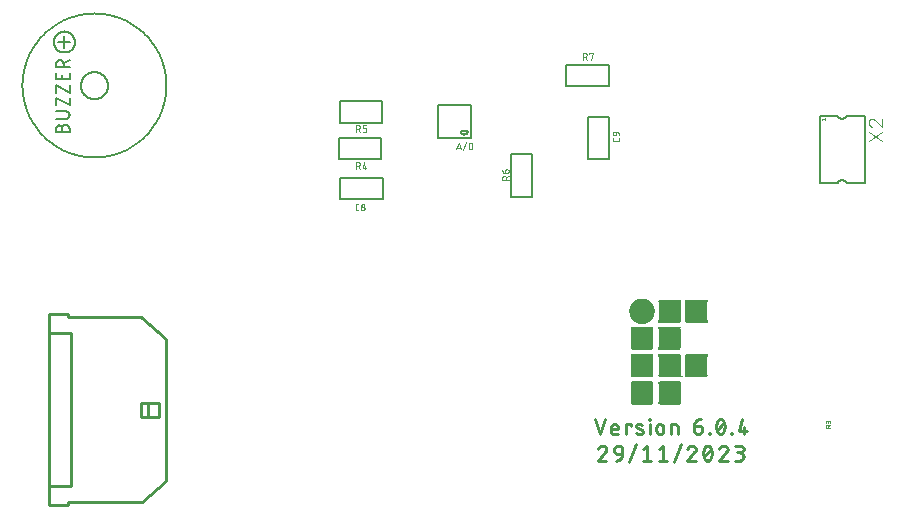
<source format=gbr>
G04 EAGLE Gerber RS-274X export*
G75*
%MOMM*%
%FSLAX34Y34*%
%LPD*%
%INSilkscreen Top*%
%IPPOS*%
%AMOC8*
5,1,8,0,0,1.08239X$1,22.5*%
G01*
%ADD10C,0.228600*%
%ADD11R,1.600000X0.020000*%
%ADD12R,1.720000X0.020000*%
%ADD13R,1.780000X0.020000*%
%ADD14R,1.820000X0.020000*%
%ADD15R,1.840000X0.020000*%
%ADD16R,1.860000X0.020000*%
%ADD17R,1.880000X0.020000*%
%ADD18R,1.900000X0.020000*%
%ADD19R,1.920000X0.020000*%
%ADD20R,1.800000X0.020000*%
%ADD21R,1.760000X0.020000*%
%ADD22R,1.680000X0.020000*%
%ADD23R,1.660000X0.020000*%
%ADD24R,1.740000X0.020000*%
%ADD25R,1.620000X0.020000*%
%ADD26R,1.560000X0.020000*%
%ADD27R,1.700000X0.020000*%
%ADD28R,0.260000X0.020000*%
%ADD29R,0.480000X0.020000*%
%ADD30R,0.620000X0.020000*%
%ADD31R,0.740000X0.020000*%
%ADD32R,0.840000X0.020000*%
%ADD33R,0.920000X0.020000*%
%ADD34R,1.000000X0.020000*%
%ADD35R,1.080000X0.020000*%
%ADD36R,1.140000X0.020000*%
%ADD37R,1.200000X0.020000*%
%ADD38R,1.260000X0.020000*%
%ADD39R,1.320000X0.020000*%
%ADD40R,1.360000X0.020000*%
%ADD41R,1.400000X0.020000*%
%ADD42R,1.440000X0.020000*%
%ADD43R,1.480000X0.020000*%
%ADD44R,1.520000X0.020000*%
%ADD45R,1.640000X0.020000*%
%ADD46R,1.960000X0.020000*%
%ADD47R,2.000000X0.020000*%
%ADD48R,2.040000X0.020000*%
%ADD49R,2.060000X0.020000*%
%ADD50R,2.080000X0.020000*%
%ADD51R,2.100000X0.020000*%
%ADD52R,2.120000X0.020000*%
%ADD53R,1.940000X0.020000*%
%ADD54R,1.580000X0.020000*%
%ADD55R,1.540000X0.020000*%
%ADD56R,1.500000X0.020000*%
%ADD57R,1.460000X0.020000*%
%ADD58R,1.420000X0.020000*%
%ADD59R,1.280000X0.020000*%
%ADD60R,1.220000X0.020000*%
%ADD61R,1.160000X0.020000*%
%ADD62R,1.040000X0.020000*%
%ADD63R,0.960000X0.020000*%
%ADD64R,0.880000X0.020000*%
%ADD65C,0.152400*%
%ADD66C,0.127000*%
%ADD67C,0.254000*%
%ADD68C,0.025400*%
%ADD69C,0.203200*%
%ADD70C,0.050800*%
%ADD71C,0.101600*%


D10*
X502600Y143559D02*
X506838Y130845D01*
X511076Y143559D01*
X518732Y130845D02*
X522263Y130845D01*
X518732Y130845D02*
X518642Y130847D01*
X518552Y130853D01*
X518463Y130862D01*
X518374Y130875D01*
X518286Y130893D01*
X518198Y130913D01*
X518112Y130938D01*
X518026Y130966D01*
X517942Y130998D01*
X517859Y131033D01*
X517778Y131072D01*
X517699Y131114D01*
X517621Y131160D01*
X517545Y131208D01*
X517472Y131260D01*
X517401Y131315D01*
X517332Y131373D01*
X517266Y131434D01*
X517202Y131498D01*
X517141Y131564D01*
X517083Y131633D01*
X517028Y131704D01*
X516976Y131777D01*
X516928Y131853D01*
X516882Y131931D01*
X516840Y132010D01*
X516801Y132091D01*
X516766Y132174D01*
X516734Y132258D01*
X516706Y132344D01*
X516681Y132430D01*
X516661Y132518D01*
X516643Y132606D01*
X516630Y132695D01*
X516621Y132784D01*
X516615Y132874D01*
X516613Y132964D01*
X516613Y136496D01*
X516615Y136602D01*
X516621Y136707D01*
X516631Y136812D01*
X516645Y136917D01*
X516662Y137021D01*
X516684Y137125D01*
X516709Y137227D01*
X516739Y137329D01*
X516772Y137429D01*
X516808Y137528D01*
X516849Y137626D01*
X516893Y137722D01*
X516940Y137816D01*
X516991Y137909D01*
X517046Y137999D01*
X517104Y138087D01*
X517165Y138174D01*
X517229Y138257D01*
X517297Y138339D01*
X517367Y138417D01*
X517440Y138494D01*
X517517Y138567D01*
X517595Y138637D01*
X517677Y138705D01*
X517760Y138769D01*
X517847Y138830D01*
X517935Y138888D01*
X518026Y138943D01*
X518118Y138994D01*
X518212Y139041D01*
X518308Y139085D01*
X518406Y139126D01*
X518505Y139162D01*
X518605Y139195D01*
X518707Y139225D01*
X518809Y139250D01*
X518913Y139272D01*
X519017Y139289D01*
X519122Y139303D01*
X519227Y139313D01*
X519332Y139319D01*
X519438Y139321D01*
X519544Y139319D01*
X519649Y139313D01*
X519754Y139303D01*
X519859Y139289D01*
X519963Y139272D01*
X520067Y139250D01*
X520169Y139225D01*
X520271Y139195D01*
X520371Y139162D01*
X520470Y139126D01*
X520568Y139085D01*
X520664Y139041D01*
X520758Y138994D01*
X520851Y138943D01*
X520941Y138888D01*
X521029Y138830D01*
X521116Y138769D01*
X521199Y138705D01*
X521281Y138637D01*
X521359Y138567D01*
X521436Y138494D01*
X521509Y138417D01*
X521579Y138339D01*
X521647Y138257D01*
X521711Y138174D01*
X521772Y138087D01*
X521830Y137999D01*
X521885Y137909D01*
X521936Y137816D01*
X521983Y137722D01*
X522027Y137626D01*
X522068Y137528D01*
X522104Y137429D01*
X522137Y137329D01*
X522167Y137227D01*
X522192Y137125D01*
X522214Y137021D01*
X522231Y136917D01*
X522245Y136812D01*
X522255Y136707D01*
X522261Y136602D01*
X522263Y136496D01*
X522263Y135083D01*
X516613Y135083D01*
X528876Y130845D02*
X528876Y139321D01*
X533114Y139321D01*
X533114Y137909D01*
X538822Y135790D02*
X542354Y134377D01*
X538822Y135790D02*
X538744Y135823D01*
X538668Y135860D01*
X538593Y135900D01*
X538521Y135944D01*
X538450Y135991D01*
X538382Y136041D01*
X538316Y136095D01*
X538253Y136151D01*
X538193Y136210D01*
X538135Y136272D01*
X538080Y136337D01*
X538028Y136404D01*
X537979Y136473D01*
X537934Y136544D01*
X537892Y136618D01*
X537853Y136693D01*
X537818Y136770D01*
X537787Y136849D01*
X537759Y136929D01*
X537735Y137010D01*
X537715Y137092D01*
X537698Y137175D01*
X537686Y137259D01*
X537677Y137343D01*
X537672Y137428D01*
X537671Y137513D01*
X537674Y137597D01*
X537681Y137682D01*
X537692Y137766D01*
X537707Y137849D01*
X537725Y137932D01*
X537747Y138013D01*
X537773Y138094D01*
X537803Y138173D01*
X537837Y138251D01*
X537874Y138327D01*
X537914Y138402D01*
X537958Y138474D01*
X538005Y138544D01*
X538055Y138613D01*
X538109Y138678D01*
X538165Y138741D01*
X538225Y138802D01*
X538287Y138860D01*
X538351Y138914D01*
X538418Y138966D01*
X538488Y139014D01*
X538559Y139060D01*
X538633Y139102D01*
X538708Y139140D01*
X538786Y139175D01*
X538864Y139206D01*
X538944Y139234D01*
X539026Y139258D01*
X539108Y139278D01*
X539191Y139294D01*
X539275Y139307D01*
X539359Y139315D01*
X539443Y139320D01*
X539528Y139321D01*
X539529Y139321D02*
X539721Y139316D01*
X539914Y139306D01*
X540106Y139292D01*
X540298Y139273D01*
X540490Y139250D01*
X540680Y139221D01*
X540871Y139189D01*
X541060Y139151D01*
X541248Y139110D01*
X541435Y139063D01*
X541621Y139012D01*
X541806Y138957D01*
X541989Y138897D01*
X542171Y138833D01*
X542352Y138765D01*
X542530Y138692D01*
X542707Y138615D01*
X542353Y134376D02*
X542431Y134343D01*
X542507Y134306D01*
X542582Y134266D01*
X542654Y134222D01*
X542725Y134175D01*
X542793Y134125D01*
X542859Y134071D01*
X542922Y134015D01*
X542982Y133956D01*
X543040Y133894D01*
X543095Y133829D01*
X543147Y133762D01*
X543196Y133693D01*
X543241Y133622D01*
X543283Y133548D01*
X543322Y133473D01*
X543357Y133396D01*
X543388Y133317D01*
X543416Y133237D01*
X543440Y133156D01*
X543460Y133074D01*
X543477Y132991D01*
X543489Y132907D01*
X543498Y132823D01*
X543503Y132738D01*
X543504Y132653D01*
X543501Y132569D01*
X543494Y132484D01*
X543483Y132400D01*
X543468Y132317D01*
X543450Y132234D01*
X543428Y132153D01*
X543402Y132072D01*
X543372Y131993D01*
X543338Y131915D01*
X543301Y131839D01*
X543261Y131764D01*
X543217Y131692D01*
X543170Y131622D01*
X543120Y131553D01*
X543066Y131488D01*
X543010Y131425D01*
X542950Y131364D01*
X542888Y131307D01*
X542824Y131252D01*
X542757Y131200D01*
X542687Y131152D01*
X542616Y131106D01*
X542542Y131064D01*
X542467Y131026D01*
X542389Y130991D01*
X542311Y130960D01*
X542231Y130932D01*
X542149Y130908D01*
X542067Y130888D01*
X541984Y130872D01*
X541900Y130859D01*
X541816Y130851D01*
X541732Y130846D01*
X541647Y130845D01*
X541364Y130853D01*
X541081Y130867D01*
X540798Y130887D01*
X540516Y130915D01*
X540235Y130949D01*
X539955Y130990D01*
X539675Y131037D01*
X539397Y131091D01*
X539120Y131152D01*
X538845Y131219D01*
X538572Y131292D01*
X538300Y131372D01*
X538030Y131459D01*
X537762Y131552D01*
X549138Y130845D02*
X549138Y139321D01*
X548785Y142853D02*
X548785Y143559D01*
X549491Y143559D01*
X549491Y142853D01*
X548785Y142853D01*
X554862Y136496D02*
X554862Y133671D01*
X554863Y136496D02*
X554865Y136602D01*
X554871Y136707D01*
X554881Y136812D01*
X554895Y136917D01*
X554912Y137021D01*
X554934Y137125D01*
X554959Y137227D01*
X554989Y137329D01*
X555022Y137429D01*
X555058Y137528D01*
X555099Y137626D01*
X555143Y137722D01*
X555190Y137816D01*
X555241Y137909D01*
X555296Y137999D01*
X555354Y138087D01*
X555415Y138174D01*
X555479Y138257D01*
X555547Y138339D01*
X555617Y138417D01*
X555690Y138494D01*
X555767Y138567D01*
X555845Y138637D01*
X555927Y138705D01*
X556010Y138769D01*
X556097Y138830D01*
X556185Y138888D01*
X556276Y138943D01*
X556368Y138994D01*
X556462Y139041D01*
X556558Y139085D01*
X556656Y139126D01*
X556755Y139162D01*
X556855Y139195D01*
X556957Y139225D01*
X557059Y139250D01*
X557163Y139272D01*
X557267Y139289D01*
X557372Y139303D01*
X557477Y139313D01*
X557582Y139319D01*
X557688Y139321D01*
X557794Y139319D01*
X557899Y139313D01*
X558004Y139303D01*
X558109Y139289D01*
X558213Y139272D01*
X558317Y139250D01*
X558419Y139225D01*
X558521Y139195D01*
X558621Y139162D01*
X558720Y139126D01*
X558818Y139085D01*
X558914Y139041D01*
X559008Y138994D01*
X559101Y138943D01*
X559191Y138888D01*
X559279Y138830D01*
X559366Y138769D01*
X559449Y138705D01*
X559531Y138637D01*
X559609Y138567D01*
X559686Y138494D01*
X559759Y138417D01*
X559829Y138339D01*
X559897Y138257D01*
X559961Y138174D01*
X560022Y138087D01*
X560080Y137999D01*
X560135Y137909D01*
X560186Y137816D01*
X560233Y137722D01*
X560277Y137626D01*
X560318Y137528D01*
X560354Y137429D01*
X560387Y137329D01*
X560417Y137227D01*
X560442Y137125D01*
X560464Y137021D01*
X560481Y136917D01*
X560495Y136812D01*
X560505Y136707D01*
X560511Y136602D01*
X560513Y136496D01*
X560513Y133671D01*
X560511Y133565D01*
X560505Y133460D01*
X560495Y133355D01*
X560481Y133250D01*
X560464Y133146D01*
X560442Y133042D01*
X560417Y132940D01*
X560387Y132838D01*
X560354Y132738D01*
X560318Y132639D01*
X560277Y132541D01*
X560233Y132445D01*
X560186Y132351D01*
X560135Y132258D01*
X560080Y132168D01*
X560022Y132080D01*
X559961Y131993D01*
X559897Y131910D01*
X559829Y131828D01*
X559759Y131750D01*
X559686Y131673D01*
X559609Y131600D01*
X559531Y131530D01*
X559449Y131462D01*
X559366Y131398D01*
X559279Y131337D01*
X559191Y131279D01*
X559101Y131224D01*
X559008Y131173D01*
X558914Y131126D01*
X558818Y131082D01*
X558720Y131041D01*
X558621Y131005D01*
X558521Y130972D01*
X558419Y130942D01*
X558317Y130917D01*
X558213Y130895D01*
X558109Y130878D01*
X558004Y130864D01*
X557899Y130854D01*
X557794Y130848D01*
X557688Y130846D01*
X557582Y130848D01*
X557477Y130854D01*
X557372Y130864D01*
X557267Y130878D01*
X557163Y130895D01*
X557059Y130917D01*
X556957Y130942D01*
X556855Y130972D01*
X556755Y131005D01*
X556656Y131041D01*
X556558Y131082D01*
X556462Y131126D01*
X556368Y131173D01*
X556276Y131224D01*
X556185Y131279D01*
X556097Y131337D01*
X556010Y131398D01*
X555927Y131462D01*
X555845Y131530D01*
X555767Y131600D01*
X555690Y131673D01*
X555617Y131750D01*
X555547Y131828D01*
X555479Y131910D01*
X555415Y131993D01*
X555354Y132080D01*
X555296Y132168D01*
X555241Y132259D01*
X555190Y132351D01*
X555143Y132445D01*
X555099Y132541D01*
X555058Y132639D01*
X555022Y132738D01*
X554989Y132838D01*
X554959Y132940D01*
X554934Y133042D01*
X554912Y133146D01*
X554895Y133250D01*
X554881Y133355D01*
X554871Y133460D01*
X554865Y133565D01*
X554863Y133671D01*
X567012Y130845D02*
X567012Y139321D01*
X570544Y139321D01*
X570634Y139319D01*
X570724Y139313D01*
X570813Y139304D01*
X570902Y139291D01*
X570990Y139273D01*
X571078Y139253D01*
X571164Y139228D01*
X571250Y139200D01*
X571334Y139168D01*
X571417Y139133D01*
X571498Y139094D01*
X571577Y139052D01*
X571655Y139006D01*
X571731Y138958D01*
X571804Y138906D01*
X571875Y138851D01*
X571944Y138793D01*
X572010Y138732D01*
X572074Y138668D01*
X572135Y138602D01*
X572193Y138533D01*
X572248Y138462D01*
X572300Y138389D01*
X572348Y138313D01*
X572394Y138235D01*
X572436Y138156D01*
X572475Y138075D01*
X572510Y137992D01*
X572542Y137908D01*
X572570Y137822D01*
X572595Y137736D01*
X572615Y137648D01*
X572633Y137560D01*
X572646Y137471D01*
X572655Y137382D01*
X572661Y137292D01*
X572663Y137202D01*
X572663Y130845D01*
X586556Y137909D02*
X590794Y137909D01*
X590794Y137908D02*
X590900Y137906D01*
X591005Y137900D01*
X591110Y137890D01*
X591215Y137876D01*
X591319Y137859D01*
X591423Y137837D01*
X591525Y137812D01*
X591627Y137782D01*
X591727Y137749D01*
X591826Y137713D01*
X591924Y137672D01*
X592020Y137628D01*
X592114Y137581D01*
X592207Y137530D01*
X592297Y137475D01*
X592385Y137417D01*
X592472Y137356D01*
X592555Y137292D01*
X592637Y137224D01*
X592715Y137154D01*
X592792Y137081D01*
X592865Y137004D01*
X592935Y136926D01*
X593003Y136844D01*
X593067Y136761D01*
X593128Y136674D01*
X593186Y136586D01*
X593241Y136496D01*
X593292Y136403D01*
X593339Y136309D01*
X593383Y136213D01*
X593424Y136115D01*
X593460Y136016D01*
X593493Y135916D01*
X593523Y135814D01*
X593548Y135712D01*
X593570Y135608D01*
X593587Y135504D01*
X593601Y135399D01*
X593611Y135294D01*
X593617Y135189D01*
X593619Y135083D01*
X593619Y134377D01*
X593620Y134377D02*
X593618Y134259D01*
X593612Y134141D01*
X593602Y134023D01*
X593588Y133906D01*
X593571Y133790D01*
X593549Y133673D01*
X593524Y133558D01*
X593495Y133444D01*
X593461Y133331D01*
X593425Y133218D01*
X593384Y133108D01*
X593340Y132998D01*
X593292Y132890D01*
X593240Y132784D01*
X593185Y132680D01*
X593127Y132577D01*
X593065Y132476D01*
X593000Y132378D01*
X592932Y132282D01*
X592860Y132188D01*
X592785Y132097D01*
X592708Y132008D01*
X592627Y131922D01*
X592543Y131838D01*
X592457Y131757D01*
X592368Y131680D01*
X592277Y131605D01*
X592183Y131533D01*
X592087Y131465D01*
X591989Y131400D01*
X591888Y131338D01*
X591785Y131280D01*
X591681Y131225D01*
X591575Y131173D01*
X591467Y131125D01*
X591357Y131081D01*
X591247Y131040D01*
X591134Y131004D01*
X591021Y130970D01*
X590907Y130941D01*
X590792Y130916D01*
X590675Y130894D01*
X590559Y130877D01*
X590442Y130863D01*
X590324Y130853D01*
X590206Y130847D01*
X590088Y130845D01*
X589970Y130847D01*
X589852Y130853D01*
X589734Y130863D01*
X589617Y130877D01*
X589501Y130894D01*
X589384Y130916D01*
X589269Y130941D01*
X589155Y130970D01*
X589042Y131004D01*
X588929Y131040D01*
X588819Y131081D01*
X588709Y131125D01*
X588601Y131173D01*
X588495Y131225D01*
X588391Y131280D01*
X588288Y131338D01*
X588187Y131400D01*
X588089Y131465D01*
X587993Y131533D01*
X587899Y131605D01*
X587808Y131680D01*
X587719Y131757D01*
X587633Y131838D01*
X587549Y131922D01*
X587468Y132008D01*
X587391Y132097D01*
X587316Y132188D01*
X587244Y132282D01*
X587176Y132378D01*
X587111Y132476D01*
X587049Y132577D01*
X586991Y132680D01*
X586936Y132784D01*
X586884Y132890D01*
X586836Y132998D01*
X586792Y133108D01*
X586751Y133218D01*
X586715Y133331D01*
X586681Y133444D01*
X586652Y133558D01*
X586627Y133673D01*
X586605Y133790D01*
X586588Y133906D01*
X586574Y134023D01*
X586564Y134141D01*
X586558Y134259D01*
X586556Y134377D01*
X586556Y137909D01*
X586558Y138057D01*
X586564Y138205D01*
X586573Y138352D01*
X586587Y138500D01*
X586604Y138647D01*
X586626Y138793D01*
X586651Y138939D01*
X586679Y139084D01*
X586712Y139228D01*
X586749Y139372D01*
X586789Y139514D01*
X586833Y139655D01*
X586880Y139795D01*
X586931Y139934D01*
X586986Y140072D01*
X587045Y140207D01*
X587106Y140342D01*
X587172Y140474D01*
X587241Y140605D01*
X587313Y140734D01*
X587389Y140862D01*
X587468Y140987D01*
X587550Y141110D01*
X587635Y141231D01*
X587724Y141349D01*
X587815Y141465D01*
X587910Y141579D01*
X588007Y141690D01*
X588108Y141799D01*
X588211Y141905D01*
X588317Y142008D01*
X588426Y142109D01*
X588537Y142206D01*
X588651Y142301D01*
X588767Y142392D01*
X588885Y142481D01*
X589006Y142566D01*
X589129Y142648D01*
X589254Y142727D01*
X589381Y142803D01*
X589511Y142875D01*
X589641Y142944D01*
X589774Y143009D01*
X589909Y143071D01*
X590044Y143130D01*
X590182Y143185D01*
X590321Y143236D01*
X590461Y143283D01*
X590602Y143327D01*
X590744Y143367D01*
X590888Y143404D01*
X591032Y143437D01*
X591177Y143465D01*
X591323Y143490D01*
X591469Y143512D01*
X591616Y143529D01*
X591764Y143543D01*
X591911Y143552D01*
X592059Y143558D01*
X592207Y143560D01*
X599185Y131552D02*
X599185Y130845D01*
X599185Y131552D02*
X599891Y131552D01*
X599891Y130845D01*
X599185Y130845D01*
X605456Y137202D02*
X605459Y137452D01*
X605468Y137702D01*
X605483Y137952D01*
X605504Y138201D01*
X605531Y138450D01*
X605563Y138698D01*
X605602Y138945D01*
X605647Y139191D01*
X605697Y139436D01*
X605753Y139680D01*
X605815Y139922D01*
X605883Y140163D01*
X605957Y140402D01*
X606036Y140639D01*
X606121Y140874D01*
X606211Y141107D01*
X606307Y141338D01*
X606409Y141567D01*
X606515Y141793D01*
X606516Y141793D02*
X606551Y141889D01*
X606589Y141982D01*
X606631Y142075D01*
X606677Y142165D01*
X606726Y142254D01*
X606778Y142340D01*
X606834Y142425D01*
X606893Y142507D01*
X606955Y142587D01*
X607020Y142665D01*
X607088Y142740D01*
X607159Y142812D01*
X607233Y142882D01*
X607309Y142948D01*
X607388Y143012D01*
X607469Y143072D01*
X607553Y143130D01*
X607638Y143184D01*
X607726Y143234D01*
X607816Y143281D01*
X607907Y143325D01*
X608000Y143365D01*
X608095Y143402D01*
X608191Y143434D01*
X608288Y143463D01*
X608386Y143489D01*
X608485Y143510D01*
X608584Y143528D01*
X608685Y143541D01*
X608786Y143551D01*
X608887Y143557D01*
X608988Y143559D01*
X609089Y143557D01*
X609190Y143551D01*
X609291Y143541D01*
X609392Y143528D01*
X609491Y143510D01*
X609590Y143489D01*
X609688Y143463D01*
X609785Y143434D01*
X609881Y143402D01*
X609976Y143365D01*
X610069Y143325D01*
X610160Y143281D01*
X610250Y143234D01*
X610338Y143184D01*
X610423Y143130D01*
X610507Y143072D01*
X610588Y143012D01*
X610667Y142948D01*
X610743Y142882D01*
X610817Y142812D01*
X610888Y142740D01*
X610956Y142665D01*
X611021Y142587D01*
X611083Y142507D01*
X611142Y142425D01*
X611198Y142340D01*
X611250Y142254D01*
X611299Y142165D01*
X611345Y142075D01*
X611387Y141982D01*
X611425Y141889D01*
X611460Y141793D01*
X611566Y141567D01*
X611668Y141338D01*
X611764Y141107D01*
X611854Y140874D01*
X611939Y140639D01*
X612018Y140402D01*
X612092Y140163D01*
X612160Y139922D01*
X612222Y139680D01*
X612278Y139436D01*
X612328Y139191D01*
X612373Y138945D01*
X612412Y138698D01*
X612444Y138450D01*
X612471Y138201D01*
X612492Y137952D01*
X612507Y137702D01*
X612516Y137452D01*
X612519Y137202D01*
X605456Y137202D02*
X605459Y136952D01*
X605468Y136702D01*
X605483Y136452D01*
X605504Y136203D01*
X605531Y135954D01*
X605563Y135706D01*
X605602Y135459D01*
X605647Y135213D01*
X605697Y134968D01*
X605753Y134724D01*
X605815Y134482D01*
X605883Y134241D01*
X605957Y134002D01*
X606036Y133765D01*
X606121Y133530D01*
X606211Y133297D01*
X606307Y133066D01*
X606409Y132837D01*
X606515Y132611D01*
X606516Y132612D02*
X606551Y132516D01*
X606589Y132423D01*
X606631Y132330D01*
X606677Y132240D01*
X606726Y132151D01*
X606778Y132065D01*
X606834Y131980D01*
X606893Y131898D01*
X606955Y131818D01*
X607020Y131740D01*
X607088Y131665D01*
X607159Y131593D01*
X607233Y131523D01*
X607309Y131457D01*
X607388Y131393D01*
X607469Y131333D01*
X607553Y131275D01*
X607638Y131221D01*
X607726Y131171D01*
X607816Y131124D01*
X607907Y131080D01*
X608000Y131040D01*
X608095Y131003D01*
X608191Y130971D01*
X608288Y130942D01*
X608386Y130916D01*
X608485Y130895D01*
X608584Y130877D01*
X608685Y130864D01*
X608786Y130854D01*
X608887Y130848D01*
X608988Y130846D01*
X611460Y132611D02*
X611566Y132837D01*
X611668Y133066D01*
X611764Y133297D01*
X611854Y133530D01*
X611939Y133765D01*
X612018Y134002D01*
X612092Y134241D01*
X612160Y134482D01*
X612222Y134724D01*
X612278Y134968D01*
X612328Y135213D01*
X612373Y135459D01*
X612412Y135706D01*
X612444Y135954D01*
X612471Y136203D01*
X612492Y136452D01*
X612507Y136702D01*
X612516Y136952D01*
X612519Y137202D01*
X611460Y132612D02*
X611425Y132516D01*
X611387Y132423D01*
X611345Y132330D01*
X611299Y132240D01*
X611250Y132151D01*
X611198Y132065D01*
X611142Y131980D01*
X611083Y131898D01*
X611021Y131818D01*
X610956Y131740D01*
X610888Y131665D01*
X610817Y131593D01*
X610743Y131523D01*
X610667Y131457D01*
X610588Y131393D01*
X610507Y131333D01*
X610423Y131275D01*
X610338Y131221D01*
X610250Y131171D01*
X610160Y131124D01*
X610069Y131080D01*
X609976Y131040D01*
X609881Y131003D01*
X609785Y130971D01*
X609688Y130942D01*
X609590Y130916D01*
X609491Y130895D01*
X609392Y130877D01*
X609291Y130864D01*
X609190Y130854D01*
X609089Y130848D01*
X608988Y130846D01*
X606162Y133671D02*
X611813Y140734D01*
X618085Y131552D02*
X618085Y130845D01*
X618085Y131552D02*
X618791Y131552D01*
X618791Y130845D01*
X618085Y130845D01*
X624356Y133671D02*
X627181Y143559D01*
X624356Y133671D02*
X631419Y133671D01*
X629300Y136496D02*
X629300Y130845D01*
X512492Y117881D02*
X512490Y117992D01*
X512484Y118103D01*
X512475Y118213D01*
X512461Y118323D01*
X512444Y118433D01*
X512423Y118542D01*
X512398Y118650D01*
X512369Y118757D01*
X512336Y118863D01*
X512300Y118968D01*
X512261Y119072D01*
X512217Y119174D01*
X512170Y119275D01*
X512120Y119373D01*
X512066Y119471D01*
X512009Y119566D01*
X511949Y119659D01*
X511885Y119750D01*
X511818Y119838D01*
X511748Y119924D01*
X511675Y120008D01*
X511600Y120089D01*
X511521Y120168D01*
X511440Y120243D01*
X511356Y120316D01*
X511270Y120386D01*
X511182Y120453D01*
X511091Y120517D01*
X510998Y120577D01*
X510903Y120634D01*
X510805Y120688D01*
X510707Y120738D01*
X510606Y120785D01*
X510504Y120829D01*
X510400Y120868D01*
X510295Y120904D01*
X510189Y120937D01*
X510082Y120966D01*
X509974Y120991D01*
X509865Y121012D01*
X509755Y121029D01*
X509645Y121043D01*
X509535Y121052D01*
X509424Y121058D01*
X509313Y121060D01*
X509313Y121059D02*
X509188Y121057D01*
X509063Y121051D01*
X508938Y121042D01*
X508813Y121028D01*
X508689Y121011D01*
X508566Y120990D01*
X508443Y120965D01*
X508321Y120937D01*
X508200Y120904D01*
X508080Y120868D01*
X507961Y120829D01*
X507844Y120786D01*
X507728Y120739D01*
X507613Y120688D01*
X507500Y120634D01*
X507389Y120577D01*
X507279Y120516D01*
X507172Y120452D01*
X507066Y120385D01*
X506962Y120315D01*
X506861Y120241D01*
X506762Y120164D01*
X506666Y120084D01*
X506571Y120002D01*
X506480Y119916D01*
X506391Y119828D01*
X506305Y119737D01*
X506222Y119643D01*
X506141Y119547D01*
X506064Y119449D01*
X505990Y119348D01*
X505919Y119245D01*
X505851Y119140D01*
X505786Y119033D01*
X505724Y118924D01*
X505666Y118813D01*
X505612Y118700D01*
X505561Y118586D01*
X505513Y118470D01*
X505469Y118353D01*
X505429Y118234D01*
X511432Y115409D02*
X511514Y115490D01*
X511593Y115573D01*
X511669Y115659D01*
X511743Y115748D01*
X511813Y115839D01*
X511880Y115933D01*
X511945Y116028D01*
X512005Y116126D01*
X512063Y116226D01*
X512117Y116328D01*
X512168Y116431D01*
X512215Y116536D01*
X512259Y116643D01*
X512299Y116751D01*
X512335Y116860D01*
X512367Y116971D01*
X512396Y117082D01*
X512421Y117195D01*
X512443Y117308D01*
X512460Y117422D01*
X512474Y117536D01*
X512483Y117651D01*
X512489Y117766D01*
X512491Y117881D01*
X511432Y115409D02*
X505428Y108345D01*
X512491Y108345D01*
X521753Y113996D02*
X525991Y113996D01*
X521753Y113996D02*
X521647Y113998D01*
X521542Y114004D01*
X521437Y114014D01*
X521332Y114028D01*
X521228Y114045D01*
X521124Y114067D01*
X521022Y114092D01*
X520920Y114122D01*
X520820Y114155D01*
X520721Y114191D01*
X520623Y114232D01*
X520527Y114276D01*
X520433Y114323D01*
X520340Y114374D01*
X520250Y114429D01*
X520162Y114487D01*
X520075Y114548D01*
X519992Y114612D01*
X519910Y114680D01*
X519832Y114750D01*
X519755Y114823D01*
X519682Y114900D01*
X519612Y114978D01*
X519544Y115060D01*
X519480Y115143D01*
X519419Y115230D01*
X519361Y115318D01*
X519306Y115409D01*
X519255Y115501D01*
X519208Y115595D01*
X519164Y115691D01*
X519123Y115789D01*
X519087Y115888D01*
X519053Y115988D01*
X519024Y116090D01*
X518999Y116192D01*
X518977Y116296D01*
X518960Y116400D01*
X518946Y116505D01*
X518936Y116610D01*
X518930Y116715D01*
X518928Y116821D01*
X518928Y117528D01*
X518930Y117646D01*
X518936Y117764D01*
X518946Y117882D01*
X518960Y117999D01*
X518977Y118115D01*
X518999Y118232D01*
X519024Y118347D01*
X519053Y118461D01*
X519087Y118574D01*
X519123Y118687D01*
X519164Y118797D01*
X519208Y118907D01*
X519256Y119015D01*
X519308Y119121D01*
X519363Y119225D01*
X519421Y119328D01*
X519483Y119429D01*
X519548Y119527D01*
X519616Y119623D01*
X519688Y119717D01*
X519763Y119808D01*
X519840Y119897D01*
X519921Y119983D01*
X520005Y120067D01*
X520091Y120148D01*
X520180Y120225D01*
X520271Y120300D01*
X520365Y120372D01*
X520461Y120440D01*
X520559Y120505D01*
X520660Y120567D01*
X520763Y120625D01*
X520867Y120680D01*
X520973Y120732D01*
X521081Y120780D01*
X521191Y120824D01*
X521301Y120865D01*
X521414Y120901D01*
X521527Y120935D01*
X521641Y120964D01*
X521756Y120989D01*
X521873Y121011D01*
X521989Y121028D01*
X522106Y121042D01*
X522224Y121052D01*
X522342Y121058D01*
X522460Y121060D01*
X522578Y121058D01*
X522696Y121052D01*
X522814Y121042D01*
X522931Y121028D01*
X523047Y121011D01*
X523164Y120989D01*
X523279Y120964D01*
X523393Y120935D01*
X523506Y120901D01*
X523619Y120865D01*
X523729Y120824D01*
X523839Y120780D01*
X523947Y120732D01*
X524053Y120680D01*
X524157Y120625D01*
X524260Y120567D01*
X524361Y120505D01*
X524459Y120440D01*
X524555Y120372D01*
X524649Y120300D01*
X524740Y120225D01*
X524829Y120148D01*
X524915Y120067D01*
X524999Y119983D01*
X525080Y119897D01*
X525157Y119808D01*
X525232Y119717D01*
X525304Y119623D01*
X525372Y119527D01*
X525437Y119429D01*
X525499Y119328D01*
X525557Y119225D01*
X525612Y119121D01*
X525664Y119015D01*
X525712Y118907D01*
X525756Y118797D01*
X525797Y118687D01*
X525833Y118574D01*
X525867Y118461D01*
X525896Y118347D01*
X525921Y118232D01*
X525943Y118115D01*
X525960Y117999D01*
X525974Y117882D01*
X525984Y117764D01*
X525990Y117646D01*
X525992Y117528D01*
X525991Y117528D02*
X525991Y113996D01*
X525992Y113996D02*
X525990Y113848D01*
X525984Y113700D01*
X525975Y113553D01*
X525961Y113405D01*
X525944Y113258D01*
X525922Y113112D01*
X525897Y112966D01*
X525869Y112821D01*
X525836Y112677D01*
X525799Y112533D01*
X525759Y112391D01*
X525715Y112250D01*
X525668Y112110D01*
X525617Y111971D01*
X525562Y111833D01*
X525503Y111698D01*
X525442Y111563D01*
X525376Y111431D01*
X525307Y111300D01*
X525235Y111171D01*
X525159Y111043D01*
X525080Y110918D01*
X524998Y110795D01*
X524913Y110674D01*
X524824Y110556D01*
X524733Y110440D01*
X524638Y110326D01*
X524541Y110215D01*
X524440Y110106D01*
X524337Y110000D01*
X524231Y109897D01*
X524122Y109796D01*
X524011Y109699D01*
X523897Y109604D01*
X523781Y109513D01*
X523663Y109424D01*
X523542Y109339D01*
X523419Y109257D01*
X523294Y109178D01*
X523167Y109102D01*
X523037Y109030D01*
X522907Y108961D01*
X522774Y108896D01*
X522639Y108834D01*
X522504Y108775D01*
X522366Y108720D01*
X522227Y108669D01*
X522087Y108622D01*
X521946Y108578D01*
X521804Y108538D01*
X521660Y108501D01*
X521516Y108468D01*
X521371Y108440D01*
X521225Y108415D01*
X521079Y108393D01*
X520932Y108376D01*
X520784Y108362D01*
X520637Y108353D01*
X520489Y108347D01*
X520341Y108345D01*
X531784Y106933D02*
X537435Y122472D01*
X543228Y118234D02*
X546760Y121059D01*
X546760Y108345D01*
X550291Y108345D02*
X543228Y108345D01*
X556728Y118234D02*
X560260Y121059D01*
X560260Y108345D01*
X563791Y108345D02*
X556728Y108345D01*
X569584Y106933D02*
X575235Y122472D01*
X584913Y121060D02*
X585024Y121058D01*
X585135Y121052D01*
X585245Y121043D01*
X585355Y121029D01*
X585465Y121012D01*
X585574Y120991D01*
X585682Y120966D01*
X585789Y120937D01*
X585895Y120904D01*
X586000Y120868D01*
X586104Y120829D01*
X586206Y120785D01*
X586307Y120738D01*
X586405Y120688D01*
X586503Y120634D01*
X586598Y120577D01*
X586691Y120517D01*
X586782Y120453D01*
X586870Y120386D01*
X586956Y120316D01*
X587040Y120243D01*
X587121Y120168D01*
X587200Y120089D01*
X587275Y120008D01*
X587348Y119924D01*
X587418Y119838D01*
X587485Y119750D01*
X587549Y119659D01*
X587609Y119566D01*
X587666Y119471D01*
X587720Y119373D01*
X587770Y119275D01*
X587817Y119174D01*
X587861Y119072D01*
X587900Y118968D01*
X587936Y118863D01*
X587969Y118757D01*
X587998Y118650D01*
X588023Y118542D01*
X588044Y118433D01*
X588061Y118323D01*
X588075Y118213D01*
X588084Y118103D01*
X588090Y117992D01*
X588092Y117881D01*
X584913Y121059D02*
X584788Y121057D01*
X584663Y121051D01*
X584538Y121042D01*
X584413Y121028D01*
X584289Y121011D01*
X584166Y120990D01*
X584043Y120965D01*
X583921Y120937D01*
X583800Y120904D01*
X583680Y120868D01*
X583561Y120829D01*
X583444Y120786D01*
X583328Y120739D01*
X583213Y120688D01*
X583100Y120634D01*
X582989Y120577D01*
X582879Y120516D01*
X582772Y120452D01*
X582666Y120385D01*
X582562Y120315D01*
X582461Y120241D01*
X582362Y120164D01*
X582266Y120084D01*
X582171Y120002D01*
X582080Y119916D01*
X581991Y119828D01*
X581905Y119737D01*
X581822Y119643D01*
X581741Y119547D01*
X581664Y119449D01*
X581590Y119348D01*
X581519Y119245D01*
X581451Y119140D01*
X581386Y119033D01*
X581324Y118924D01*
X581266Y118813D01*
X581212Y118700D01*
X581161Y118586D01*
X581113Y118470D01*
X581069Y118353D01*
X581029Y118234D01*
X587032Y115409D02*
X587114Y115490D01*
X587193Y115573D01*
X587269Y115659D01*
X587343Y115748D01*
X587413Y115839D01*
X587480Y115933D01*
X587545Y116028D01*
X587605Y116126D01*
X587663Y116226D01*
X587717Y116328D01*
X587768Y116431D01*
X587815Y116536D01*
X587859Y116643D01*
X587899Y116751D01*
X587935Y116860D01*
X587967Y116971D01*
X587996Y117082D01*
X588021Y117195D01*
X588043Y117308D01*
X588060Y117422D01*
X588074Y117536D01*
X588083Y117651D01*
X588089Y117766D01*
X588091Y117881D01*
X587032Y115409D02*
X581028Y108345D01*
X588091Y108345D01*
X594528Y114702D02*
X594531Y114952D01*
X594540Y115202D01*
X594555Y115452D01*
X594576Y115701D01*
X594603Y115950D01*
X594635Y116198D01*
X594674Y116445D01*
X594719Y116691D01*
X594769Y116936D01*
X594825Y117180D01*
X594887Y117422D01*
X594955Y117663D01*
X595029Y117902D01*
X595108Y118139D01*
X595193Y118374D01*
X595283Y118607D01*
X595379Y118838D01*
X595481Y119067D01*
X595587Y119293D01*
X595588Y119293D02*
X595623Y119389D01*
X595661Y119482D01*
X595703Y119575D01*
X595749Y119665D01*
X595798Y119754D01*
X595850Y119840D01*
X595906Y119925D01*
X595965Y120007D01*
X596027Y120087D01*
X596092Y120165D01*
X596160Y120240D01*
X596231Y120312D01*
X596305Y120382D01*
X596381Y120448D01*
X596460Y120512D01*
X596541Y120572D01*
X596625Y120630D01*
X596710Y120684D01*
X596798Y120734D01*
X596888Y120781D01*
X596979Y120825D01*
X597072Y120865D01*
X597167Y120902D01*
X597263Y120934D01*
X597360Y120963D01*
X597458Y120989D01*
X597557Y121010D01*
X597656Y121028D01*
X597757Y121041D01*
X597858Y121051D01*
X597959Y121057D01*
X598060Y121059D01*
X598161Y121057D01*
X598262Y121051D01*
X598363Y121041D01*
X598464Y121028D01*
X598563Y121010D01*
X598662Y120989D01*
X598760Y120963D01*
X598857Y120934D01*
X598953Y120902D01*
X599048Y120865D01*
X599141Y120825D01*
X599232Y120781D01*
X599322Y120734D01*
X599410Y120684D01*
X599495Y120630D01*
X599579Y120572D01*
X599660Y120512D01*
X599739Y120448D01*
X599815Y120382D01*
X599889Y120312D01*
X599960Y120240D01*
X600028Y120165D01*
X600093Y120087D01*
X600155Y120007D01*
X600214Y119925D01*
X600270Y119840D01*
X600322Y119754D01*
X600371Y119665D01*
X600417Y119575D01*
X600459Y119482D01*
X600497Y119389D01*
X600532Y119293D01*
X600638Y119067D01*
X600740Y118838D01*
X600836Y118607D01*
X600926Y118374D01*
X601011Y118139D01*
X601090Y117902D01*
X601164Y117663D01*
X601232Y117422D01*
X601294Y117180D01*
X601350Y116936D01*
X601400Y116691D01*
X601445Y116445D01*
X601484Y116198D01*
X601516Y115950D01*
X601543Y115701D01*
X601564Y115452D01*
X601579Y115202D01*
X601588Y114952D01*
X601591Y114702D01*
X594528Y114702D02*
X594531Y114452D01*
X594540Y114202D01*
X594555Y113952D01*
X594576Y113703D01*
X594603Y113454D01*
X594635Y113206D01*
X594674Y112959D01*
X594719Y112713D01*
X594769Y112468D01*
X594825Y112224D01*
X594887Y111982D01*
X594955Y111741D01*
X595029Y111502D01*
X595108Y111265D01*
X595193Y111030D01*
X595283Y110797D01*
X595379Y110566D01*
X595481Y110337D01*
X595587Y110111D01*
X595588Y110112D02*
X595623Y110016D01*
X595661Y109923D01*
X595703Y109830D01*
X595749Y109740D01*
X595798Y109651D01*
X595850Y109565D01*
X595906Y109480D01*
X595965Y109398D01*
X596027Y109318D01*
X596092Y109240D01*
X596160Y109165D01*
X596231Y109093D01*
X596305Y109023D01*
X596381Y108957D01*
X596460Y108893D01*
X596541Y108833D01*
X596625Y108775D01*
X596710Y108721D01*
X596798Y108671D01*
X596888Y108624D01*
X596979Y108580D01*
X597072Y108540D01*
X597167Y108503D01*
X597263Y108471D01*
X597360Y108442D01*
X597458Y108416D01*
X597557Y108395D01*
X597656Y108377D01*
X597757Y108364D01*
X597858Y108354D01*
X597959Y108348D01*
X598060Y108346D01*
X600532Y110111D02*
X600638Y110337D01*
X600740Y110566D01*
X600836Y110797D01*
X600926Y111030D01*
X601011Y111265D01*
X601090Y111502D01*
X601164Y111741D01*
X601232Y111982D01*
X601294Y112224D01*
X601350Y112468D01*
X601400Y112713D01*
X601445Y112959D01*
X601484Y113206D01*
X601516Y113454D01*
X601543Y113703D01*
X601564Y113952D01*
X601579Y114202D01*
X601588Y114452D01*
X601591Y114702D01*
X600532Y110112D02*
X600497Y110016D01*
X600459Y109923D01*
X600417Y109830D01*
X600371Y109740D01*
X600322Y109651D01*
X600270Y109565D01*
X600214Y109480D01*
X600155Y109398D01*
X600093Y109318D01*
X600028Y109240D01*
X599960Y109165D01*
X599889Y109093D01*
X599815Y109023D01*
X599739Y108957D01*
X599660Y108893D01*
X599579Y108833D01*
X599495Y108775D01*
X599410Y108721D01*
X599322Y108671D01*
X599232Y108624D01*
X599141Y108580D01*
X599048Y108540D01*
X598953Y108503D01*
X598857Y108471D01*
X598760Y108442D01*
X598662Y108416D01*
X598563Y108395D01*
X598464Y108377D01*
X598363Y108364D01*
X598262Y108354D01*
X598161Y108348D01*
X598060Y108346D01*
X595234Y111171D02*
X600885Y118234D01*
X611913Y121060D02*
X612024Y121058D01*
X612135Y121052D01*
X612245Y121043D01*
X612355Y121029D01*
X612465Y121012D01*
X612574Y120991D01*
X612682Y120966D01*
X612789Y120937D01*
X612895Y120904D01*
X613000Y120868D01*
X613104Y120829D01*
X613206Y120785D01*
X613307Y120738D01*
X613405Y120688D01*
X613503Y120634D01*
X613598Y120577D01*
X613691Y120517D01*
X613782Y120453D01*
X613870Y120386D01*
X613956Y120316D01*
X614040Y120243D01*
X614121Y120168D01*
X614200Y120089D01*
X614275Y120008D01*
X614348Y119924D01*
X614418Y119838D01*
X614485Y119750D01*
X614549Y119659D01*
X614609Y119566D01*
X614666Y119471D01*
X614720Y119373D01*
X614770Y119275D01*
X614817Y119174D01*
X614861Y119072D01*
X614900Y118968D01*
X614936Y118863D01*
X614969Y118757D01*
X614998Y118650D01*
X615023Y118542D01*
X615044Y118433D01*
X615061Y118323D01*
X615075Y118213D01*
X615084Y118103D01*
X615090Y117992D01*
X615092Y117881D01*
X611913Y121059D02*
X611788Y121057D01*
X611663Y121051D01*
X611538Y121042D01*
X611413Y121028D01*
X611289Y121011D01*
X611166Y120990D01*
X611043Y120965D01*
X610921Y120937D01*
X610800Y120904D01*
X610680Y120868D01*
X610561Y120829D01*
X610444Y120786D01*
X610328Y120739D01*
X610213Y120688D01*
X610100Y120634D01*
X609989Y120577D01*
X609879Y120516D01*
X609772Y120452D01*
X609666Y120385D01*
X609562Y120315D01*
X609461Y120241D01*
X609362Y120164D01*
X609266Y120084D01*
X609171Y120002D01*
X609080Y119916D01*
X608991Y119828D01*
X608905Y119737D01*
X608822Y119643D01*
X608741Y119547D01*
X608664Y119449D01*
X608590Y119348D01*
X608519Y119245D01*
X608451Y119140D01*
X608386Y119033D01*
X608324Y118924D01*
X608266Y118813D01*
X608212Y118700D01*
X608161Y118586D01*
X608113Y118470D01*
X608069Y118353D01*
X608029Y118234D01*
X614032Y115409D02*
X614114Y115490D01*
X614193Y115573D01*
X614269Y115659D01*
X614343Y115748D01*
X614413Y115839D01*
X614480Y115933D01*
X614545Y116028D01*
X614605Y116126D01*
X614663Y116226D01*
X614717Y116328D01*
X614768Y116431D01*
X614815Y116536D01*
X614859Y116643D01*
X614899Y116751D01*
X614935Y116860D01*
X614967Y116971D01*
X614996Y117082D01*
X615021Y117195D01*
X615043Y117308D01*
X615060Y117422D01*
X615074Y117536D01*
X615083Y117651D01*
X615089Y117766D01*
X615091Y117881D01*
X614032Y115409D02*
X608028Y108345D01*
X615091Y108345D01*
X621528Y108345D02*
X625060Y108345D01*
X625178Y108347D01*
X625296Y108353D01*
X625414Y108363D01*
X625531Y108377D01*
X625647Y108394D01*
X625764Y108416D01*
X625879Y108441D01*
X625993Y108470D01*
X626106Y108504D01*
X626219Y108540D01*
X626329Y108581D01*
X626439Y108625D01*
X626547Y108673D01*
X626653Y108725D01*
X626757Y108780D01*
X626860Y108838D01*
X626961Y108900D01*
X627059Y108965D01*
X627155Y109033D01*
X627249Y109105D01*
X627340Y109180D01*
X627429Y109257D01*
X627515Y109338D01*
X627599Y109422D01*
X627680Y109508D01*
X627757Y109597D01*
X627832Y109688D01*
X627904Y109782D01*
X627972Y109878D01*
X628037Y109976D01*
X628099Y110077D01*
X628157Y110180D01*
X628212Y110284D01*
X628264Y110390D01*
X628312Y110498D01*
X628356Y110608D01*
X628397Y110718D01*
X628433Y110831D01*
X628467Y110944D01*
X628496Y111058D01*
X628521Y111173D01*
X628543Y111290D01*
X628560Y111406D01*
X628574Y111523D01*
X628584Y111641D01*
X628590Y111759D01*
X628592Y111877D01*
X628590Y111995D01*
X628584Y112113D01*
X628574Y112231D01*
X628560Y112348D01*
X628543Y112464D01*
X628521Y112581D01*
X628496Y112696D01*
X628467Y112810D01*
X628433Y112923D01*
X628397Y113036D01*
X628356Y113146D01*
X628312Y113256D01*
X628264Y113364D01*
X628212Y113470D01*
X628157Y113574D01*
X628099Y113677D01*
X628037Y113778D01*
X627972Y113876D01*
X627904Y113972D01*
X627832Y114066D01*
X627757Y114157D01*
X627680Y114246D01*
X627599Y114332D01*
X627515Y114416D01*
X627429Y114497D01*
X627340Y114574D01*
X627249Y114649D01*
X627155Y114721D01*
X627059Y114789D01*
X626961Y114854D01*
X626860Y114916D01*
X626757Y114974D01*
X626653Y115029D01*
X626547Y115081D01*
X626439Y115129D01*
X626329Y115173D01*
X626219Y115214D01*
X626106Y115250D01*
X625993Y115284D01*
X625879Y115313D01*
X625764Y115338D01*
X625647Y115360D01*
X625531Y115377D01*
X625414Y115391D01*
X625296Y115401D01*
X625178Y115407D01*
X625060Y115409D01*
X625766Y121059D02*
X621528Y121059D01*
X625766Y121059D02*
X625872Y121057D01*
X625977Y121051D01*
X626082Y121041D01*
X626187Y121027D01*
X626291Y121010D01*
X626395Y120988D01*
X626497Y120963D01*
X626599Y120933D01*
X626699Y120900D01*
X626798Y120864D01*
X626896Y120823D01*
X626992Y120779D01*
X627086Y120732D01*
X627179Y120681D01*
X627269Y120626D01*
X627357Y120568D01*
X627444Y120507D01*
X627527Y120443D01*
X627609Y120375D01*
X627687Y120305D01*
X627764Y120232D01*
X627837Y120155D01*
X627907Y120077D01*
X627975Y119995D01*
X628039Y119912D01*
X628100Y119825D01*
X628158Y119737D01*
X628213Y119646D01*
X628264Y119554D01*
X628311Y119460D01*
X628355Y119364D01*
X628396Y119266D01*
X628432Y119167D01*
X628465Y119067D01*
X628495Y118965D01*
X628520Y118863D01*
X628542Y118759D01*
X628559Y118655D01*
X628573Y118550D01*
X628583Y118445D01*
X628589Y118340D01*
X628591Y118234D01*
X628589Y118128D01*
X628583Y118023D01*
X628573Y117918D01*
X628559Y117813D01*
X628542Y117709D01*
X628520Y117605D01*
X628495Y117503D01*
X628465Y117401D01*
X628432Y117301D01*
X628396Y117202D01*
X628355Y117104D01*
X628311Y117008D01*
X628264Y116914D01*
X628213Y116821D01*
X628158Y116731D01*
X628100Y116643D01*
X628039Y116556D01*
X627975Y116473D01*
X627907Y116391D01*
X627837Y116313D01*
X627764Y116236D01*
X627687Y116163D01*
X627609Y116093D01*
X627527Y116025D01*
X627444Y115961D01*
X627357Y115900D01*
X627269Y115842D01*
X627179Y115787D01*
X627086Y115736D01*
X626992Y115689D01*
X626896Y115645D01*
X626798Y115604D01*
X626699Y115568D01*
X626599Y115535D01*
X626497Y115505D01*
X626395Y115480D01*
X626291Y115458D01*
X626187Y115441D01*
X626082Y115427D01*
X625977Y115417D01*
X625872Y115411D01*
X625766Y115409D01*
X622941Y115409D01*
D11*
X542687Y155700D03*
X565887Y155700D03*
D12*
X542687Y155900D03*
X565887Y155900D03*
D13*
X542787Y156100D03*
X565787Y156100D03*
D14*
X542787Y156300D03*
X565787Y156300D03*
D15*
X542687Y156500D03*
D16*
X565787Y156500D03*
D17*
X542687Y156700D03*
X565887Y156700D03*
X542687Y156900D03*
D18*
X565787Y156900D03*
D19*
X542687Y157100D03*
D18*
X565787Y157100D03*
D19*
X542687Y157300D03*
D18*
X565787Y157300D03*
D19*
X542687Y157500D03*
X565887Y157500D03*
X542687Y157700D03*
X565887Y157700D03*
X542687Y157900D03*
X565887Y157900D03*
X542687Y158100D03*
X565887Y158100D03*
X542687Y158300D03*
X565887Y158300D03*
X542687Y158500D03*
X565887Y158500D03*
X542687Y158700D03*
X565887Y158700D03*
X542687Y158900D03*
X565887Y158900D03*
X542687Y159100D03*
X565887Y159100D03*
X542687Y159300D03*
X565887Y159300D03*
X542687Y159500D03*
X565887Y159500D03*
X542687Y159700D03*
X565887Y159700D03*
X542687Y159900D03*
X565887Y159900D03*
X542687Y160100D03*
X565887Y160100D03*
X542687Y160300D03*
X565887Y160300D03*
X542687Y160500D03*
X565887Y160500D03*
X542687Y160700D03*
X565887Y160700D03*
X542687Y160900D03*
X565887Y160900D03*
X542687Y161100D03*
X565887Y161100D03*
X542687Y161300D03*
X565887Y161300D03*
X542687Y161500D03*
X565887Y161500D03*
X542687Y161700D03*
X565887Y161700D03*
X542687Y161900D03*
X565887Y161900D03*
X542687Y162100D03*
X565887Y162100D03*
X542687Y162300D03*
X565887Y162300D03*
X542687Y162500D03*
X565887Y162500D03*
X542687Y162700D03*
X565887Y162700D03*
X542687Y162900D03*
X565887Y162900D03*
X542687Y163100D03*
X565887Y163100D03*
X542687Y163300D03*
X565887Y163300D03*
X542687Y163500D03*
X565887Y163500D03*
X542687Y163700D03*
X565887Y163700D03*
X542687Y163900D03*
X565887Y163900D03*
X542687Y164100D03*
X565887Y164100D03*
X542687Y164300D03*
X565887Y164300D03*
X542687Y164500D03*
X565887Y164500D03*
X542687Y164700D03*
X565887Y164700D03*
X542687Y164900D03*
X565887Y164900D03*
X542687Y165100D03*
X565887Y165100D03*
X542687Y165300D03*
X565887Y165300D03*
X542687Y165500D03*
X565887Y165500D03*
X542687Y165700D03*
X565887Y165700D03*
X542687Y165900D03*
X565887Y165900D03*
X542687Y166100D03*
X565887Y166100D03*
X542687Y166300D03*
X565887Y166300D03*
X542687Y166500D03*
X565887Y166500D03*
X542687Y166700D03*
X565887Y166700D03*
X542687Y166900D03*
X565887Y166900D03*
X542687Y167100D03*
X565887Y167100D03*
X542687Y167300D03*
X565887Y167300D03*
X542687Y167500D03*
X565887Y167500D03*
X542687Y167700D03*
X565887Y167700D03*
X542687Y167900D03*
X565887Y167900D03*
X542687Y168100D03*
X565887Y168100D03*
X542687Y168300D03*
X565887Y168300D03*
X542687Y168500D03*
X565887Y168500D03*
X542687Y168700D03*
X565887Y168700D03*
X542687Y168900D03*
X565887Y168900D03*
X542687Y169100D03*
X565887Y169100D03*
X542687Y169300D03*
X565887Y169300D03*
X542687Y169500D03*
X565887Y169500D03*
X542687Y169700D03*
X565887Y169700D03*
X542687Y169900D03*
X565887Y169900D03*
X542687Y170100D03*
X565887Y170100D03*
X542687Y170300D03*
X565887Y170300D03*
X542687Y170500D03*
X565887Y170500D03*
X542687Y170700D03*
X565887Y170700D03*
X542687Y170900D03*
X565887Y170900D03*
X542687Y171100D03*
X565887Y171100D03*
X542687Y171300D03*
X565887Y171300D03*
X542687Y171500D03*
X565887Y171500D03*
X542687Y171700D03*
X565887Y171700D03*
X542687Y171900D03*
X565887Y171900D03*
X542687Y172100D03*
X565887Y172100D03*
X542687Y172300D03*
X565887Y172300D03*
X542687Y172500D03*
X565887Y172500D03*
X542687Y172700D03*
X565887Y172700D03*
X542687Y172900D03*
X565887Y172900D03*
X542687Y173100D03*
X565887Y173100D03*
X542687Y173300D03*
D18*
X565787Y173300D03*
X542787Y173500D03*
X565787Y173500D03*
D17*
X542687Y173700D03*
X565887Y173700D03*
X542687Y173900D03*
D16*
X565787Y173900D03*
D15*
X542687Y174100D03*
X565887Y174100D03*
D20*
X542687Y174300D03*
X565887Y174300D03*
D21*
X542687Y174500D03*
X565887Y174500D03*
D22*
X542687Y174700D03*
X565887Y174700D03*
D23*
X542787Y178900D03*
X565787Y178900D03*
X588787Y178900D03*
D21*
X542687Y179100D03*
D24*
X565787Y179100D03*
X588787Y179100D03*
D20*
X542687Y179300D03*
X565887Y179300D03*
X588687Y179300D03*
D15*
X542687Y179500D03*
X565887Y179500D03*
X588687Y179500D03*
D16*
X542787Y179700D03*
X565787Y179700D03*
X588787Y179700D03*
D17*
X542687Y179900D03*
X565887Y179900D03*
X588687Y179900D03*
D18*
X542787Y180100D03*
X565787Y180100D03*
X588787Y180100D03*
D19*
X542687Y180300D03*
D18*
X565787Y180300D03*
X588787Y180300D03*
D19*
X542687Y180500D03*
X565887Y180500D03*
X588687Y180500D03*
X542687Y180700D03*
X565887Y180700D03*
X588687Y180700D03*
X542687Y180900D03*
X565887Y180900D03*
X588687Y180900D03*
X542687Y181100D03*
X565887Y181100D03*
X588687Y181100D03*
X542687Y181300D03*
X565887Y181300D03*
X588687Y181300D03*
X542687Y181500D03*
X565887Y181500D03*
X588687Y181500D03*
X542687Y181700D03*
X565887Y181700D03*
X588687Y181700D03*
X542687Y181900D03*
X565887Y181900D03*
X588687Y181900D03*
X542687Y182100D03*
X565887Y182100D03*
X588687Y182100D03*
X542687Y182300D03*
X565887Y182300D03*
X588687Y182300D03*
X542687Y182500D03*
X565887Y182500D03*
X588687Y182500D03*
X542687Y182700D03*
X565887Y182700D03*
X588687Y182700D03*
X542687Y182900D03*
X565887Y182900D03*
X588687Y182900D03*
X542687Y183100D03*
X565887Y183100D03*
X588687Y183100D03*
X542687Y183300D03*
X565887Y183300D03*
X588687Y183300D03*
X542687Y183500D03*
X565887Y183500D03*
X588687Y183500D03*
X542687Y183700D03*
X565887Y183700D03*
X588687Y183700D03*
X542687Y183900D03*
X565887Y183900D03*
X588687Y183900D03*
X542687Y184100D03*
X565887Y184100D03*
X588687Y184100D03*
X542687Y184300D03*
X565887Y184300D03*
X588687Y184300D03*
X542687Y184500D03*
X565887Y184500D03*
X588687Y184500D03*
X542687Y184700D03*
X565887Y184700D03*
X588687Y184700D03*
X542687Y184900D03*
X565887Y184900D03*
X542687Y185100D03*
X565887Y185100D03*
X588687Y185100D03*
X542687Y185300D03*
X565887Y185300D03*
X588687Y185300D03*
X542687Y185500D03*
X565887Y185500D03*
X588687Y185500D03*
X542687Y185700D03*
X565887Y185700D03*
X588687Y185700D03*
X542687Y185900D03*
X565887Y185900D03*
X588687Y185900D03*
X542687Y186100D03*
X565887Y186100D03*
X588687Y186100D03*
X542687Y186300D03*
X565887Y186300D03*
X588687Y186300D03*
X542687Y186500D03*
X565887Y186500D03*
X588687Y186500D03*
X542687Y186700D03*
X565887Y186700D03*
X588687Y186700D03*
X542687Y186900D03*
X565887Y186900D03*
X588687Y186900D03*
X542687Y187100D03*
X565887Y187100D03*
X588687Y187100D03*
X542687Y187300D03*
X565887Y187300D03*
X588687Y187300D03*
X542687Y187500D03*
X565887Y187500D03*
X588687Y187500D03*
X542687Y187700D03*
X565887Y187700D03*
X588687Y187700D03*
X542687Y187900D03*
X565887Y187900D03*
X588687Y187900D03*
X542687Y188100D03*
X565887Y188100D03*
X588687Y188100D03*
X542687Y188300D03*
X565887Y188300D03*
X588687Y188300D03*
X542687Y188500D03*
X565887Y188500D03*
X588687Y188500D03*
X542687Y188700D03*
X565887Y188700D03*
X588687Y188700D03*
X542687Y188900D03*
X565887Y188900D03*
X588687Y188900D03*
X542687Y189100D03*
X565887Y189100D03*
X588687Y189100D03*
X542687Y189300D03*
X565887Y189300D03*
X588687Y189300D03*
X542687Y189500D03*
X565887Y189500D03*
X588687Y189500D03*
X542687Y189700D03*
X565887Y189700D03*
X588687Y189700D03*
X542687Y189900D03*
X565887Y189900D03*
X588687Y189900D03*
X542687Y190100D03*
X588687Y190100D03*
X542687Y190300D03*
X565887Y190300D03*
X588687Y190300D03*
X542687Y190500D03*
X565887Y190500D03*
X588687Y190500D03*
X542687Y190700D03*
X565887Y190700D03*
X588687Y190700D03*
X542687Y190900D03*
X565887Y190900D03*
X588687Y190900D03*
X542687Y191100D03*
X565887Y191100D03*
X588687Y191100D03*
X542687Y191300D03*
X565887Y191300D03*
X588687Y191300D03*
X542687Y191500D03*
X565887Y191500D03*
X588687Y191500D03*
X542687Y191700D03*
X565887Y191700D03*
X588687Y191700D03*
X542687Y191900D03*
X565887Y191900D03*
X588687Y191900D03*
X542687Y192100D03*
X565887Y192100D03*
X588687Y192100D03*
X542687Y192300D03*
X565887Y192300D03*
X588687Y192300D03*
X542687Y192500D03*
X565887Y192500D03*
X588687Y192500D03*
X542687Y192700D03*
X565887Y192700D03*
X588687Y192700D03*
X542687Y192900D03*
X565887Y192900D03*
X588687Y192900D03*
X542687Y193100D03*
X565887Y193100D03*
X588687Y193100D03*
X542687Y193300D03*
X565887Y193300D03*
X588687Y193300D03*
X542687Y193500D03*
X565887Y193500D03*
X588687Y193500D03*
X542687Y193700D03*
X565887Y193700D03*
X588687Y193700D03*
X542687Y193900D03*
X565887Y193900D03*
X588687Y193900D03*
X542687Y194100D03*
X565887Y194100D03*
X588687Y194100D03*
X542687Y194300D03*
X565887Y194300D03*
X588687Y194300D03*
X542687Y194500D03*
X565887Y194500D03*
X588687Y194500D03*
X542687Y194700D03*
X565887Y194700D03*
X588687Y194700D03*
X542687Y194900D03*
X565887Y194900D03*
X588687Y194900D03*
X542687Y195100D03*
X565887Y195100D03*
X588687Y195100D03*
X542687Y195300D03*
X565887Y195300D03*
X588687Y195300D03*
X542687Y195500D03*
X565887Y195500D03*
X588687Y195500D03*
X542687Y195700D03*
X565887Y195700D03*
X588687Y195700D03*
X542687Y195900D03*
X565887Y195900D03*
X588687Y195900D03*
X542687Y196100D03*
X565887Y196100D03*
X588687Y196100D03*
X542687Y196300D03*
D18*
X588787Y196300D03*
D19*
X542687Y196500D03*
D18*
X565787Y196500D03*
X588787Y196500D03*
D17*
X542687Y196700D03*
D18*
X565787Y196700D03*
X588787Y196700D03*
D17*
X542687Y196900D03*
X565887Y196900D03*
X588687Y196900D03*
D15*
X542687Y197100D03*
D16*
X565787Y197100D03*
X588787Y197100D03*
D15*
X542687Y197300D03*
D14*
X565787Y197300D03*
X588787Y197300D03*
D20*
X542687Y197500D03*
D13*
X565787Y197500D03*
X588787Y197500D03*
D12*
X542687Y197700D03*
D24*
X565787Y197700D03*
X588787Y197700D03*
D25*
X542787Y197900D03*
X565787Y197900D03*
X588787Y197900D03*
D26*
X565887Y201900D03*
D12*
X542687Y202100D03*
D27*
X565787Y202100D03*
D21*
X542687Y202300D03*
D13*
X565787Y202300D03*
D20*
X542687Y202500D03*
D14*
X565787Y202500D03*
D15*
X542687Y202700D03*
D16*
X565787Y202700D03*
D17*
X542687Y202900D03*
D16*
X565787Y202900D03*
D17*
X542687Y203100D03*
D18*
X565787Y203100D03*
X542787Y203300D03*
X565787Y203300D03*
D19*
X542687Y203500D03*
D18*
X565787Y203500D03*
D19*
X542687Y203700D03*
X565887Y203700D03*
X542687Y203900D03*
X565887Y203900D03*
X565887Y204100D03*
X542687Y204300D03*
X565887Y204300D03*
X542687Y204500D03*
X565887Y204500D03*
X542687Y204700D03*
X565887Y204700D03*
X542687Y204900D03*
X565887Y204900D03*
X542687Y205100D03*
X565887Y205100D03*
X542687Y205300D03*
X565887Y205300D03*
X542687Y205500D03*
X565887Y205500D03*
X542687Y205700D03*
X565887Y205700D03*
X542687Y205900D03*
X565887Y205900D03*
X542687Y206100D03*
X565887Y206100D03*
X542687Y206300D03*
X568173Y178868D03*
X542687Y206500D03*
X565887Y206500D03*
X542687Y206700D03*
X565887Y206700D03*
X542687Y206900D03*
X565887Y206900D03*
X542687Y207100D03*
X565887Y207100D03*
X542687Y207300D03*
X565887Y207300D03*
X542687Y207500D03*
X565887Y207500D03*
X542687Y207700D03*
X565887Y207700D03*
X542687Y207900D03*
X565887Y207900D03*
X542687Y208100D03*
X565887Y208100D03*
X542687Y208300D03*
X565887Y208300D03*
X542687Y208500D03*
X565887Y208500D03*
X542687Y208700D03*
X565887Y208700D03*
X542687Y208900D03*
X565887Y208900D03*
X542687Y209100D03*
X565887Y209100D03*
X542687Y209300D03*
X565887Y209300D03*
X542687Y209500D03*
X565887Y209500D03*
X542687Y209700D03*
X565887Y209700D03*
X542687Y209900D03*
X565887Y209900D03*
X542687Y210100D03*
X565887Y210100D03*
X542687Y210300D03*
X565887Y210300D03*
X542687Y210500D03*
X565887Y210500D03*
X542687Y210700D03*
X565887Y210700D03*
X542687Y210900D03*
X565887Y210900D03*
X542687Y211100D03*
X565887Y211100D03*
X542687Y211300D03*
X565887Y211300D03*
X542687Y211500D03*
X565887Y211500D03*
X542687Y211700D03*
X565887Y211700D03*
X542687Y211900D03*
X565887Y211900D03*
X542687Y212100D03*
X565887Y212100D03*
X542687Y212300D03*
X565887Y212300D03*
X542687Y212500D03*
X565887Y212500D03*
X542687Y212700D03*
X565887Y212700D03*
X542687Y212900D03*
X565887Y212900D03*
X542687Y213100D03*
X565887Y213100D03*
X542687Y213300D03*
X565887Y213300D03*
X542687Y213500D03*
X565887Y213500D03*
X542687Y213700D03*
X565887Y213700D03*
X542687Y213900D03*
X565887Y213900D03*
X542687Y214100D03*
X565887Y214100D03*
X542687Y214300D03*
X565887Y214300D03*
X542687Y214500D03*
X565887Y214500D03*
X542687Y214700D03*
X565887Y214700D03*
X542687Y214900D03*
X565887Y214900D03*
X542687Y215100D03*
X565887Y215100D03*
X542687Y215300D03*
X565887Y215300D03*
X542687Y215500D03*
X565887Y215500D03*
X542687Y215700D03*
X565887Y215700D03*
X542687Y215900D03*
X565887Y215900D03*
X542687Y216100D03*
X565887Y216100D03*
X542687Y216300D03*
X565887Y216300D03*
X542687Y216500D03*
X565887Y216500D03*
X542687Y216700D03*
X565887Y216700D03*
X542687Y216900D03*
X565887Y216900D03*
X542687Y217100D03*
X565887Y217100D03*
X542687Y217300D03*
X542687Y217500D03*
X565887Y217500D03*
X542687Y217700D03*
X565887Y217700D03*
X542687Y217900D03*
X565887Y217900D03*
X542687Y218100D03*
X565887Y218100D03*
X542687Y218300D03*
X565887Y218300D03*
X542687Y218500D03*
X565887Y218500D03*
X542687Y218700D03*
X565887Y218700D03*
X542687Y218900D03*
X565887Y218900D03*
X542687Y219100D03*
X565887Y219100D03*
X542687Y219300D03*
X565887Y219300D03*
X542687Y219500D03*
D18*
X565787Y219500D03*
X542787Y219700D03*
X565787Y219700D03*
D17*
X542687Y219900D03*
D18*
X565787Y219900D03*
D17*
X542687Y220100D03*
D16*
X565787Y220100D03*
D15*
X542687Y220300D03*
X565887Y220300D03*
D20*
X542687Y220500D03*
D14*
X565787Y220500D03*
D21*
X542687Y220700D03*
X565887Y220700D03*
D22*
X542687Y220900D03*
D27*
X565787Y220900D03*
D28*
X542787Y223900D03*
D29*
X542687Y224100D03*
D30*
X542787Y224300D03*
D31*
X542787Y224500D03*
D32*
X542687Y224700D03*
D33*
X542687Y224900D03*
D25*
X565787Y224900D03*
X588787Y224900D03*
D34*
X542687Y225100D03*
D24*
X565787Y225100D03*
X588787Y225100D03*
D35*
X542687Y225300D03*
D13*
X565787Y225300D03*
X588787Y225300D03*
D36*
X542787Y225500D03*
D14*
X565787Y225500D03*
X588787Y225500D03*
D37*
X542687Y225700D03*
D16*
X565787Y225700D03*
X588787Y225700D03*
D38*
X542787Y225900D03*
D17*
X565887Y225900D03*
X588687Y225900D03*
D39*
X542687Y226100D03*
D18*
X565787Y226100D03*
X588787Y226100D03*
D40*
X542687Y226300D03*
D18*
X565787Y226300D03*
X588787Y226300D03*
D41*
X542687Y226500D03*
D19*
X565887Y226500D03*
D18*
X588787Y226500D03*
D42*
X542687Y226700D03*
D19*
X565887Y226700D03*
X588687Y226700D03*
D43*
X542687Y226900D03*
D19*
X565887Y226900D03*
X588687Y226900D03*
D44*
X542687Y227100D03*
D19*
X565887Y227100D03*
X588687Y227100D03*
D26*
X542687Y227300D03*
D19*
X565887Y227300D03*
X588687Y227300D03*
D11*
X542687Y227500D03*
D19*
X565887Y227500D03*
X588687Y227500D03*
D45*
X542687Y227700D03*
D19*
X565887Y227700D03*
X588687Y227700D03*
D22*
X542687Y227900D03*
D19*
X565887Y227900D03*
X588687Y227900D03*
D27*
X542787Y228100D03*
D19*
X565887Y228100D03*
X588687Y228100D03*
D12*
X542687Y228300D03*
D19*
X565887Y228300D03*
X588687Y228300D03*
D21*
X542687Y228500D03*
D19*
X565887Y228500D03*
X588687Y228500D03*
D13*
X542787Y228700D03*
D19*
X565887Y228700D03*
X588687Y228700D03*
D20*
X542687Y228900D03*
D19*
X565887Y228900D03*
X588687Y228900D03*
D15*
X542687Y229100D03*
D19*
X565887Y229100D03*
X588687Y229100D03*
D15*
X542687Y229300D03*
D19*
X565887Y229300D03*
X588687Y229300D03*
D17*
X542687Y229500D03*
D19*
X565887Y229500D03*
X588687Y229500D03*
D18*
X542787Y229700D03*
D19*
X565887Y229700D03*
X588687Y229700D03*
X542687Y229900D03*
X565887Y229900D03*
X588687Y229900D03*
X542687Y230100D03*
X565887Y230100D03*
X588687Y230100D03*
D46*
X542687Y230300D03*
D19*
X565887Y230300D03*
X588687Y230300D03*
D46*
X542687Y230500D03*
D19*
X565887Y230500D03*
X588687Y230500D03*
D47*
X542687Y230700D03*
D19*
X565887Y230700D03*
X588687Y230700D03*
D47*
X542687Y230900D03*
D19*
X565887Y230900D03*
X588687Y230900D03*
D47*
X542687Y231100D03*
D19*
X565887Y231100D03*
X588687Y231100D03*
D48*
X542687Y231300D03*
D19*
X565887Y231300D03*
X588687Y231300D03*
D48*
X542687Y231500D03*
D19*
X565887Y231500D03*
X588687Y231500D03*
D48*
X542687Y231700D03*
D19*
X565887Y231700D03*
X588687Y231700D03*
D49*
X542787Y231900D03*
D19*
X565887Y231900D03*
X588687Y231900D03*
D50*
X542687Y232100D03*
D19*
X565887Y232100D03*
X588687Y232100D03*
D50*
X542687Y232300D03*
D19*
X565887Y232300D03*
X588687Y232300D03*
D50*
X542687Y232500D03*
D19*
X565887Y232500D03*
X588687Y232500D03*
D50*
X542687Y232700D03*
D19*
X565887Y232700D03*
X588687Y232700D03*
D51*
X542787Y232900D03*
D19*
X565887Y232900D03*
X588687Y232900D03*
D52*
X542687Y233100D03*
D19*
X565887Y233100D03*
X588687Y233100D03*
D52*
X542687Y233300D03*
D19*
X565887Y233300D03*
X588687Y233300D03*
D52*
X542687Y233500D03*
D19*
X565887Y233500D03*
X588687Y233500D03*
D52*
X542687Y233700D03*
D19*
X565887Y233700D03*
X588687Y233700D03*
D52*
X542687Y233900D03*
D19*
X565887Y233900D03*
X588687Y233900D03*
D52*
X542687Y234100D03*
D19*
X565887Y234100D03*
X588687Y234100D03*
D52*
X542687Y234300D03*
D19*
X565887Y234300D03*
X588687Y234300D03*
D52*
X542687Y234500D03*
D19*
X565887Y234500D03*
X588687Y234500D03*
D52*
X542687Y234700D03*
D19*
X565887Y234700D03*
X588687Y234700D03*
D52*
X542687Y234900D03*
D19*
X565887Y234900D03*
X588687Y234900D03*
D52*
X542687Y235100D03*
D19*
X565887Y235100D03*
X588687Y235100D03*
D52*
X542687Y235300D03*
D19*
X565887Y235300D03*
X588687Y235300D03*
D52*
X542687Y235500D03*
D19*
X565887Y235500D03*
X588687Y235500D03*
D52*
X542687Y235700D03*
D19*
X565887Y235700D03*
X588687Y235700D03*
D51*
X542787Y235900D03*
D19*
X565887Y235900D03*
X588687Y235900D03*
D50*
X542687Y236100D03*
D19*
X565887Y236100D03*
X588687Y236100D03*
D50*
X542687Y236300D03*
D19*
X565887Y236300D03*
X588687Y236300D03*
D50*
X542687Y236500D03*
D19*
X565887Y236500D03*
X588687Y236500D03*
D50*
X542687Y236700D03*
D19*
X565887Y236700D03*
X588687Y236700D03*
D49*
X542787Y236900D03*
D19*
X565887Y236900D03*
X588687Y236900D03*
D48*
X542687Y237100D03*
D19*
X565887Y237100D03*
X588687Y237100D03*
D48*
X542687Y237300D03*
D19*
X565887Y237300D03*
X588687Y237300D03*
D48*
X542687Y237500D03*
D19*
X565887Y237500D03*
X588687Y237500D03*
D47*
X542687Y237700D03*
D19*
X565887Y237700D03*
X588687Y237700D03*
D47*
X542687Y237900D03*
D19*
X565887Y237900D03*
X588687Y237900D03*
X565887Y238100D03*
X588687Y238100D03*
D46*
X542687Y238300D03*
D19*
X565887Y238300D03*
X588687Y238300D03*
D46*
X542687Y238500D03*
D19*
X565887Y238500D03*
X588687Y238500D03*
D53*
X542787Y238700D03*
D19*
X565887Y238700D03*
X588687Y238700D03*
X542687Y238900D03*
X565887Y238900D03*
X588687Y238900D03*
D18*
X542787Y239100D03*
D19*
X565887Y239100D03*
X588687Y239100D03*
D17*
X542687Y239300D03*
D19*
X565887Y239300D03*
X588687Y239300D03*
D16*
X542787Y239500D03*
D19*
X565887Y239500D03*
X588687Y239500D03*
D15*
X542687Y239700D03*
D19*
X565887Y239700D03*
X588687Y239700D03*
D20*
X542687Y239900D03*
D19*
X565887Y239900D03*
X588687Y239900D03*
D20*
X542687Y240100D03*
D19*
X565887Y240100D03*
X588687Y240100D03*
D21*
X542687Y240300D03*
D19*
X565887Y240300D03*
X588687Y240300D03*
D24*
X542787Y240500D03*
D19*
X565887Y240500D03*
X588687Y240500D03*
D12*
X542687Y240700D03*
D19*
X565887Y240700D03*
X588687Y240700D03*
D22*
X542687Y240900D03*
D19*
X565887Y240900D03*
X588687Y240900D03*
D45*
X542687Y241100D03*
D19*
X565887Y241100D03*
X588687Y241100D03*
D11*
X542687Y241300D03*
D19*
X565887Y241300D03*
X588687Y241300D03*
D54*
X542787Y241500D03*
D19*
X565887Y241500D03*
X588687Y241500D03*
D55*
X542787Y241700D03*
D19*
X565887Y241700D03*
X588687Y241700D03*
D56*
X542787Y241900D03*
D19*
X565887Y241900D03*
X588687Y241900D03*
D57*
X542787Y242100D03*
D19*
X565887Y242100D03*
X588687Y242100D03*
D58*
X542787Y242300D03*
D19*
X565887Y242300D03*
D18*
X588787Y242300D03*
D40*
X542687Y242500D03*
D18*
X565787Y242500D03*
X588787Y242500D03*
D39*
X542687Y242700D03*
D18*
X565787Y242700D03*
X588787Y242700D03*
D59*
X542687Y242900D03*
D17*
X565887Y242900D03*
X588687Y242900D03*
D60*
X542787Y243100D03*
D16*
X565787Y243100D03*
X588787Y243100D03*
D61*
X542687Y243300D03*
D15*
X565887Y243300D03*
D14*
X588787Y243300D03*
D35*
X542687Y243500D03*
D20*
X565887Y243500D03*
X588687Y243500D03*
D62*
X542687Y243700D03*
D24*
X565787Y243700D03*
X588787Y243700D03*
D63*
X542687Y243900D03*
D23*
X565787Y243900D03*
X588787Y243900D03*
D64*
X542687Y244100D03*
D19*
X565887Y217300D03*
D47*
X542687Y238100D03*
D65*
X53600Y457750D02*
X53600Y467910D01*
X58680Y462830D02*
X48520Y462830D01*
X18040Y426000D02*
X18058Y427496D01*
X18113Y428991D01*
X18205Y430484D01*
X18334Y431975D01*
X18498Y433462D01*
X18700Y434945D01*
X18937Y436422D01*
X19211Y437893D01*
X19521Y439356D01*
X19867Y440812D01*
X20248Y442259D01*
X20665Y443696D01*
X21117Y445122D01*
X21603Y446537D01*
X22125Y447939D01*
X22680Y449328D01*
X23270Y450704D01*
X23893Y452064D01*
X24549Y453408D01*
X25238Y454736D01*
X25959Y456047D01*
X26713Y457340D01*
X27498Y458613D01*
X28314Y459868D01*
X29160Y461101D01*
X30036Y462314D01*
X30942Y463505D01*
X31877Y464673D01*
X32841Y465817D01*
X33832Y466938D01*
X34850Y468034D01*
X35895Y469105D01*
X36966Y470150D01*
X38062Y471168D01*
X39183Y472159D01*
X40327Y473123D01*
X41495Y474058D01*
X42686Y474964D01*
X43899Y475840D01*
X45132Y476686D01*
X46387Y477502D01*
X47660Y478287D01*
X48953Y479041D01*
X50264Y479762D01*
X51592Y480451D01*
X52936Y481107D01*
X54296Y481730D01*
X55672Y482320D01*
X57061Y482875D01*
X58463Y483397D01*
X59878Y483883D01*
X61304Y484335D01*
X62741Y484752D01*
X64188Y485133D01*
X65644Y485479D01*
X67107Y485789D01*
X68578Y486063D01*
X70055Y486300D01*
X71538Y486502D01*
X73025Y486666D01*
X74516Y486795D01*
X76009Y486887D01*
X77504Y486942D01*
X79000Y486960D01*
X80496Y486942D01*
X81991Y486887D01*
X83484Y486795D01*
X84975Y486666D01*
X86462Y486502D01*
X87945Y486300D01*
X89422Y486063D01*
X90893Y485789D01*
X92356Y485479D01*
X93812Y485133D01*
X95259Y484752D01*
X96696Y484335D01*
X98122Y483883D01*
X99537Y483397D01*
X100939Y482875D01*
X102328Y482320D01*
X103704Y481730D01*
X105064Y481107D01*
X106408Y480451D01*
X107736Y479762D01*
X109047Y479041D01*
X110340Y478287D01*
X111613Y477502D01*
X112868Y476686D01*
X114101Y475840D01*
X115314Y474964D01*
X116505Y474058D01*
X117673Y473123D01*
X118817Y472159D01*
X119938Y471168D01*
X121034Y470150D01*
X122105Y469105D01*
X123150Y468034D01*
X124168Y466938D01*
X125159Y465817D01*
X126123Y464673D01*
X127058Y463505D01*
X127964Y462314D01*
X128840Y461101D01*
X129686Y459868D01*
X130502Y458613D01*
X131287Y457340D01*
X132041Y456047D01*
X132762Y454736D01*
X133451Y453408D01*
X134107Y452064D01*
X134730Y450704D01*
X135320Y449328D01*
X135875Y447939D01*
X136397Y446537D01*
X136883Y445122D01*
X137335Y443696D01*
X137752Y442259D01*
X138133Y440812D01*
X138479Y439356D01*
X138789Y437893D01*
X139063Y436422D01*
X139300Y434945D01*
X139502Y433462D01*
X139666Y431975D01*
X139795Y430484D01*
X139887Y428991D01*
X139942Y427496D01*
X139960Y426000D01*
X139942Y424504D01*
X139887Y423009D01*
X139795Y421516D01*
X139666Y420025D01*
X139502Y418538D01*
X139300Y417055D01*
X139063Y415578D01*
X138789Y414107D01*
X138479Y412644D01*
X138133Y411188D01*
X137752Y409741D01*
X137335Y408304D01*
X136883Y406878D01*
X136397Y405463D01*
X135875Y404061D01*
X135320Y402672D01*
X134730Y401296D01*
X134107Y399936D01*
X133451Y398592D01*
X132762Y397264D01*
X132041Y395953D01*
X131287Y394660D01*
X130502Y393387D01*
X129686Y392132D01*
X128840Y390899D01*
X127964Y389686D01*
X127058Y388495D01*
X126123Y387327D01*
X125159Y386183D01*
X124168Y385062D01*
X123150Y383966D01*
X122105Y382895D01*
X121034Y381850D01*
X119938Y380832D01*
X118817Y379841D01*
X117673Y378877D01*
X116505Y377942D01*
X115314Y377036D01*
X114101Y376160D01*
X112868Y375314D01*
X111613Y374498D01*
X110340Y373713D01*
X109047Y372959D01*
X107736Y372238D01*
X106408Y371549D01*
X105064Y370893D01*
X103704Y370270D01*
X102328Y369680D01*
X100939Y369125D01*
X99537Y368603D01*
X98122Y368117D01*
X96696Y367665D01*
X95259Y367248D01*
X93812Y366867D01*
X92356Y366521D01*
X90893Y366211D01*
X89422Y365937D01*
X87945Y365700D01*
X86462Y365498D01*
X84975Y365334D01*
X83484Y365205D01*
X81991Y365113D01*
X80496Y365058D01*
X79000Y365040D01*
X77504Y365058D01*
X76009Y365113D01*
X74516Y365205D01*
X73025Y365334D01*
X71538Y365498D01*
X70055Y365700D01*
X68578Y365937D01*
X67107Y366211D01*
X65644Y366521D01*
X64188Y366867D01*
X62741Y367248D01*
X61304Y367665D01*
X59878Y368117D01*
X58463Y368603D01*
X57061Y369125D01*
X55672Y369680D01*
X54296Y370270D01*
X52936Y370893D01*
X51592Y371549D01*
X50264Y372238D01*
X48953Y372959D01*
X47660Y373713D01*
X46387Y374498D01*
X45132Y375314D01*
X43899Y376160D01*
X42686Y377036D01*
X41495Y377942D01*
X40327Y378877D01*
X39183Y379841D01*
X38062Y380832D01*
X36966Y381850D01*
X35895Y382895D01*
X34850Y383966D01*
X33832Y385062D01*
X32841Y386183D01*
X31877Y387327D01*
X30942Y388495D01*
X30036Y389686D01*
X29160Y390899D01*
X28314Y392132D01*
X27498Y393387D01*
X26713Y394660D01*
X25959Y395953D01*
X25238Y397264D01*
X24549Y398592D01*
X23893Y399936D01*
X23270Y401296D01*
X22680Y402672D01*
X22125Y404061D01*
X21603Y405463D01*
X21117Y406878D01*
X20665Y408304D01*
X20248Y409741D01*
X19867Y411188D01*
X19521Y412644D01*
X19211Y414107D01*
X18937Y415578D01*
X18700Y417055D01*
X18498Y418538D01*
X18334Y420025D01*
X18205Y421516D01*
X18113Y423009D01*
X18058Y424504D01*
X18040Y426000D01*
X67570Y426000D02*
X67573Y426281D01*
X67584Y426561D01*
X67601Y426841D01*
X67625Y427120D01*
X67656Y427399D01*
X67694Y427677D01*
X67738Y427954D01*
X67790Y428230D01*
X67848Y428504D01*
X67913Y428777D01*
X67984Y429049D01*
X68062Y429318D01*
X68147Y429585D01*
X68238Y429851D01*
X68336Y430114D01*
X68440Y430374D01*
X68551Y430632D01*
X68667Y430887D01*
X68790Y431139D01*
X68920Y431388D01*
X69055Y431634D01*
X69196Y431876D01*
X69343Y432115D01*
X69496Y432350D01*
X69655Y432581D01*
X69819Y432809D01*
X69989Y433032D01*
X70164Y433251D01*
X70345Y433466D01*
X70531Y433676D01*
X70722Y433881D01*
X70918Y434082D01*
X71119Y434278D01*
X71324Y434469D01*
X71534Y434655D01*
X71749Y434836D01*
X71968Y435011D01*
X72191Y435181D01*
X72419Y435345D01*
X72650Y435504D01*
X72885Y435657D01*
X73124Y435804D01*
X73366Y435945D01*
X73612Y436080D01*
X73861Y436210D01*
X74113Y436333D01*
X74368Y436449D01*
X74626Y436560D01*
X74886Y436664D01*
X75149Y436762D01*
X75415Y436853D01*
X75682Y436938D01*
X75951Y437016D01*
X76223Y437087D01*
X76496Y437152D01*
X76770Y437210D01*
X77046Y437262D01*
X77323Y437306D01*
X77601Y437344D01*
X77880Y437375D01*
X78159Y437399D01*
X78439Y437416D01*
X78719Y437427D01*
X79000Y437430D01*
X79281Y437427D01*
X79561Y437416D01*
X79841Y437399D01*
X80120Y437375D01*
X80399Y437344D01*
X80677Y437306D01*
X80954Y437262D01*
X81230Y437210D01*
X81504Y437152D01*
X81777Y437087D01*
X82049Y437016D01*
X82318Y436938D01*
X82585Y436853D01*
X82851Y436762D01*
X83114Y436664D01*
X83374Y436560D01*
X83632Y436449D01*
X83887Y436333D01*
X84139Y436210D01*
X84388Y436080D01*
X84634Y435945D01*
X84876Y435804D01*
X85115Y435657D01*
X85350Y435504D01*
X85581Y435345D01*
X85809Y435181D01*
X86032Y435011D01*
X86251Y434836D01*
X86466Y434655D01*
X86676Y434469D01*
X86881Y434278D01*
X87082Y434082D01*
X87278Y433881D01*
X87469Y433676D01*
X87655Y433466D01*
X87836Y433251D01*
X88011Y433032D01*
X88181Y432809D01*
X88345Y432581D01*
X88504Y432350D01*
X88657Y432115D01*
X88804Y431876D01*
X88945Y431634D01*
X89080Y431388D01*
X89210Y431139D01*
X89333Y430887D01*
X89449Y430632D01*
X89560Y430374D01*
X89664Y430114D01*
X89762Y429851D01*
X89853Y429585D01*
X89938Y429318D01*
X90016Y429049D01*
X90087Y428777D01*
X90152Y428504D01*
X90210Y428230D01*
X90262Y427954D01*
X90306Y427677D01*
X90344Y427399D01*
X90375Y427120D01*
X90399Y426841D01*
X90416Y426561D01*
X90427Y426281D01*
X90430Y426000D01*
X90427Y425719D01*
X90416Y425439D01*
X90399Y425159D01*
X90375Y424880D01*
X90344Y424601D01*
X90306Y424323D01*
X90262Y424046D01*
X90210Y423770D01*
X90152Y423496D01*
X90087Y423223D01*
X90016Y422951D01*
X89938Y422682D01*
X89853Y422415D01*
X89762Y422149D01*
X89664Y421886D01*
X89560Y421626D01*
X89449Y421368D01*
X89333Y421113D01*
X89210Y420861D01*
X89080Y420612D01*
X88945Y420366D01*
X88804Y420124D01*
X88657Y419885D01*
X88504Y419650D01*
X88345Y419419D01*
X88181Y419191D01*
X88011Y418968D01*
X87836Y418749D01*
X87655Y418534D01*
X87469Y418324D01*
X87278Y418119D01*
X87082Y417918D01*
X86881Y417722D01*
X86676Y417531D01*
X86466Y417345D01*
X86251Y417164D01*
X86032Y416989D01*
X85809Y416819D01*
X85581Y416655D01*
X85350Y416496D01*
X85115Y416343D01*
X84876Y416196D01*
X84634Y416055D01*
X84388Y415920D01*
X84139Y415790D01*
X83887Y415667D01*
X83632Y415551D01*
X83374Y415440D01*
X83114Y415336D01*
X82851Y415238D01*
X82585Y415147D01*
X82318Y415062D01*
X82049Y414984D01*
X81777Y414913D01*
X81504Y414848D01*
X81230Y414790D01*
X80954Y414738D01*
X80677Y414694D01*
X80399Y414656D01*
X80120Y414625D01*
X79841Y414601D01*
X79561Y414584D01*
X79281Y414573D01*
X79000Y414570D01*
X78719Y414573D01*
X78439Y414584D01*
X78159Y414601D01*
X77880Y414625D01*
X77601Y414656D01*
X77323Y414694D01*
X77046Y414738D01*
X76770Y414790D01*
X76496Y414848D01*
X76223Y414913D01*
X75951Y414984D01*
X75682Y415062D01*
X75415Y415147D01*
X75149Y415238D01*
X74886Y415336D01*
X74626Y415440D01*
X74368Y415551D01*
X74113Y415667D01*
X73861Y415790D01*
X73612Y415920D01*
X73366Y416055D01*
X73124Y416196D01*
X72885Y416343D01*
X72650Y416496D01*
X72419Y416655D01*
X72191Y416819D01*
X71968Y416989D01*
X71749Y417164D01*
X71534Y417345D01*
X71324Y417531D01*
X71119Y417722D01*
X70918Y417918D01*
X70722Y418119D01*
X70531Y418324D01*
X70345Y418534D01*
X70164Y418749D01*
X69989Y418968D01*
X69819Y419191D01*
X69655Y419419D01*
X69496Y419650D01*
X69343Y419885D01*
X69196Y420124D01*
X69055Y420366D01*
X68920Y420612D01*
X68790Y420861D01*
X68667Y421113D01*
X68551Y421368D01*
X68440Y421626D01*
X68336Y421886D01*
X68238Y422149D01*
X68147Y422415D01*
X68062Y422682D01*
X67984Y422951D01*
X67913Y423223D01*
X67848Y423496D01*
X67790Y423770D01*
X67738Y424046D01*
X67694Y424323D01*
X67656Y424601D01*
X67625Y424880D01*
X67601Y425159D01*
X67584Y425439D01*
X67573Y425719D01*
X67570Y426000D01*
X44710Y462830D02*
X44713Y463048D01*
X44721Y463266D01*
X44734Y463484D01*
X44753Y463701D01*
X44777Y463918D01*
X44806Y464134D01*
X44841Y464350D01*
X44881Y464564D01*
X44926Y464778D01*
X44976Y464990D01*
X45032Y465201D01*
X45093Y465411D01*
X45159Y465619D01*
X45230Y465825D01*
X45306Y466029D01*
X45387Y466232D01*
X45473Y466433D01*
X45564Y466631D01*
X45659Y466827D01*
X45760Y467021D01*
X45865Y467212D01*
X45975Y467400D01*
X46089Y467586D01*
X46208Y467769D01*
X46332Y467949D01*
X46459Y468126D01*
X46592Y468299D01*
X46728Y468470D01*
X46868Y468637D01*
X47013Y468800D01*
X47161Y468960D01*
X47314Y469116D01*
X47470Y469269D01*
X47630Y469417D01*
X47793Y469562D01*
X47960Y469702D01*
X48131Y469838D01*
X48304Y469971D01*
X48481Y470098D01*
X48661Y470222D01*
X48844Y470341D01*
X49030Y470455D01*
X49218Y470565D01*
X49409Y470670D01*
X49603Y470771D01*
X49799Y470866D01*
X49997Y470957D01*
X50198Y471043D01*
X50401Y471124D01*
X50605Y471200D01*
X50811Y471271D01*
X51019Y471337D01*
X51229Y471398D01*
X51440Y471454D01*
X51652Y471504D01*
X51866Y471549D01*
X52080Y471589D01*
X52296Y471624D01*
X52512Y471653D01*
X52729Y471677D01*
X52946Y471696D01*
X53164Y471709D01*
X53382Y471717D01*
X53600Y471720D01*
X53818Y471717D01*
X54036Y471709D01*
X54254Y471696D01*
X54471Y471677D01*
X54688Y471653D01*
X54904Y471624D01*
X55120Y471589D01*
X55334Y471549D01*
X55548Y471504D01*
X55760Y471454D01*
X55971Y471398D01*
X56181Y471337D01*
X56389Y471271D01*
X56595Y471200D01*
X56799Y471124D01*
X57002Y471043D01*
X57203Y470957D01*
X57401Y470866D01*
X57597Y470771D01*
X57791Y470670D01*
X57982Y470565D01*
X58170Y470455D01*
X58356Y470341D01*
X58539Y470222D01*
X58719Y470098D01*
X58896Y469971D01*
X59069Y469838D01*
X59240Y469702D01*
X59407Y469562D01*
X59570Y469417D01*
X59730Y469269D01*
X59886Y469116D01*
X60039Y468960D01*
X60187Y468800D01*
X60332Y468637D01*
X60472Y468470D01*
X60608Y468299D01*
X60741Y468126D01*
X60868Y467949D01*
X60992Y467769D01*
X61111Y467586D01*
X61225Y467400D01*
X61335Y467212D01*
X61440Y467021D01*
X61541Y466827D01*
X61636Y466631D01*
X61727Y466433D01*
X61813Y466232D01*
X61894Y466029D01*
X61970Y465825D01*
X62041Y465619D01*
X62107Y465411D01*
X62168Y465201D01*
X62224Y464990D01*
X62274Y464778D01*
X62319Y464564D01*
X62359Y464350D01*
X62394Y464134D01*
X62423Y463918D01*
X62447Y463701D01*
X62466Y463484D01*
X62479Y463266D01*
X62487Y463048D01*
X62490Y462830D01*
X62487Y462612D01*
X62479Y462394D01*
X62466Y462176D01*
X62447Y461959D01*
X62423Y461742D01*
X62394Y461526D01*
X62359Y461310D01*
X62319Y461096D01*
X62274Y460882D01*
X62224Y460670D01*
X62168Y460459D01*
X62107Y460249D01*
X62041Y460041D01*
X61970Y459835D01*
X61894Y459631D01*
X61813Y459428D01*
X61727Y459227D01*
X61636Y459029D01*
X61541Y458833D01*
X61440Y458639D01*
X61335Y458448D01*
X61225Y458260D01*
X61111Y458074D01*
X60992Y457891D01*
X60868Y457711D01*
X60741Y457534D01*
X60608Y457361D01*
X60472Y457190D01*
X60332Y457023D01*
X60187Y456860D01*
X60039Y456700D01*
X59886Y456544D01*
X59730Y456391D01*
X59570Y456243D01*
X59407Y456098D01*
X59240Y455958D01*
X59069Y455822D01*
X58896Y455689D01*
X58719Y455562D01*
X58539Y455438D01*
X58356Y455319D01*
X58170Y455205D01*
X57982Y455095D01*
X57791Y454990D01*
X57597Y454889D01*
X57401Y454794D01*
X57203Y454703D01*
X57002Y454617D01*
X56799Y454536D01*
X56595Y454460D01*
X56389Y454389D01*
X56181Y454323D01*
X55971Y454262D01*
X55760Y454206D01*
X55548Y454156D01*
X55334Y454111D01*
X55120Y454071D01*
X54904Y454036D01*
X54688Y454007D01*
X54471Y453983D01*
X54254Y453964D01*
X54036Y453951D01*
X53818Y453943D01*
X53600Y453940D01*
X53382Y453943D01*
X53164Y453951D01*
X52946Y453964D01*
X52729Y453983D01*
X52512Y454007D01*
X52296Y454036D01*
X52080Y454071D01*
X51866Y454111D01*
X51652Y454156D01*
X51440Y454206D01*
X51229Y454262D01*
X51019Y454323D01*
X50811Y454389D01*
X50605Y454460D01*
X50401Y454536D01*
X50198Y454617D01*
X49997Y454703D01*
X49799Y454794D01*
X49603Y454889D01*
X49409Y454990D01*
X49218Y455095D01*
X49030Y455205D01*
X48844Y455319D01*
X48661Y455438D01*
X48481Y455562D01*
X48304Y455689D01*
X48131Y455822D01*
X47960Y455958D01*
X47793Y456098D01*
X47630Y456243D01*
X47470Y456391D01*
X47314Y456544D01*
X47161Y456700D01*
X47013Y456860D01*
X46868Y457023D01*
X46728Y457190D01*
X46592Y457361D01*
X46459Y457534D01*
X46332Y457711D01*
X46208Y457891D01*
X46089Y458074D01*
X45975Y458260D01*
X45865Y458448D01*
X45760Y458639D01*
X45659Y458833D01*
X45564Y459029D01*
X45473Y459227D01*
X45387Y459428D01*
X45306Y459631D01*
X45230Y459835D01*
X45159Y460041D01*
X45093Y460249D01*
X45032Y460459D01*
X44976Y460670D01*
X44926Y460882D01*
X44881Y461096D01*
X44841Y461310D01*
X44806Y461526D01*
X44777Y461742D01*
X44753Y461959D01*
X44734Y462176D01*
X44721Y462394D01*
X44713Y462612D01*
X44710Y462830D01*
D66*
X51565Y389800D02*
X51565Y386625D01*
X51565Y389800D02*
X51567Y389911D01*
X51573Y390021D01*
X51582Y390132D01*
X51596Y390242D01*
X51613Y390351D01*
X51634Y390460D01*
X51659Y390568D01*
X51688Y390675D01*
X51720Y390781D01*
X51756Y390886D01*
X51796Y390989D01*
X51839Y391091D01*
X51886Y391192D01*
X51937Y391291D01*
X51990Y391388D01*
X52047Y391482D01*
X52108Y391575D01*
X52171Y391666D01*
X52238Y391755D01*
X52308Y391841D01*
X52381Y391924D01*
X52456Y392006D01*
X52534Y392084D01*
X52616Y392159D01*
X52699Y392232D01*
X52785Y392302D01*
X52874Y392369D01*
X52965Y392432D01*
X53058Y392493D01*
X53152Y392550D01*
X53249Y392603D01*
X53348Y392654D01*
X53449Y392701D01*
X53551Y392744D01*
X53654Y392784D01*
X53759Y392820D01*
X53865Y392852D01*
X53972Y392881D01*
X54080Y392906D01*
X54189Y392927D01*
X54298Y392944D01*
X54408Y392958D01*
X54519Y392967D01*
X54629Y392973D01*
X54740Y392975D01*
X54851Y392973D01*
X54961Y392967D01*
X55072Y392958D01*
X55182Y392944D01*
X55291Y392927D01*
X55400Y392906D01*
X55508Y392881D01*
X55615Y392852D01*
X55721Y392820D01*
X55826Y392784D01*
X55929Y392744D01*
X56031Y392701D01*
X56132Y392654D01*
X56231Y392603D01*
X56328Y392550D01*
X56422Y392493D01*
X56515Y392432D01*
X56606Y392369D01*
X56695Y392302D01*
X56781Y392232D01*
X56864Y392159D01*
X56946Y392084D01*
X57024Y392006D01*
X57099Y391924D01*
X57172Y391841D01*
X57242Y391755D01*
X57309Y391666D01*
X57372Y391575D01*
X57433Y391482D01*
X57490Y391388D01*
X57543Y391291D01*
X57594Y391192D01*
X57641Y391091D01*
X57684Y390989D01*
X57724Y390886D01*
X57760Y390781D01*
X57792Y390675D01*
X57821Y390568D01*
X57846Y390460D01*
X57867Y390351D01*
X57884Y390242D01*
X57898Y390132D01*
X57907Y390021D01*
X57913Y389911D01*
X57915Y389800D01*
X57915Y386625D01*
X46485Y386625D01*
X46485Y389800D01*
X46487Y389900D01*
X46493Y389999D01*
X46503Y390099D01*
X46516Y390197D01*
X46534Y390296D01*
X46555Y390393D01*
X46580Y390489D01*
X46609Y390585D01*
X46642Y390679D01*
X46678Y390772D01*
X46718Y390863D01*
X46762Y390953D01*
X46809Y391041D01*
X46859Y391127D01*
X46913Y391211D01*
X46970Y391293D01*
X47030Y391372D01*
X47094Y391450D01*
X47160Y391524D01*
X47229Y391596D01*
X47301Y391665D01*
X47375Y391731D01*
X47453Y391795D01*
X47532Y391855D01*
X47614Y391912D01*
X47698Y391966D01*
X47784Y392016D01*
X47872Y392063D01*
X47962Y392107D01*
X48053Y392147D01*
X48146Y392183D01*
X48240Y392216D01*
X48336Y392245D01*
X48432Y392270D01*
X48529Y392291D01*
X48628Y392309D01*
X48726Y392322D01*
X48826Y392332D01*
X48925Y392338D01*
X49025Y392340D01*
X49125Y392338D01*
X49224Y392332D01*
X49324Y392322D01*
X49422Y392309D01*
X49521Y392291D01*
X49618Y392270D01*
X49714Y392245D01*
X49810Y392216D01*
X49904Y392183D01*
X49997Y392147D01*
X50088Y392107D01*
X50178Y392063D01*
X50266Y392016D01*
X50352Y391966D01*
X50436Y391912D01*
X50518Y391855D01*
X50597Y391795D01*
X50675Y391731D01*
X50749Y391665D01*
X50821Y391596D01*
X50890Y391524D01*
X50956Y391450D01*
X51020Y391372D01*
X51080Y391293D01*
X51137Y391211D01*
X51191Y391127D01*
X51241Y391041D01*
X51288Y390953D01*
X51332Y390863D01*
X51372Y390772D01*
X51408Y390679D01*
X51441Y390585D01*
X51470Y390489D01*
X51495Y390393D01*
X51516Y390296D01*
X51534Y390197D01*
X51547Y390099D01*
X51557Y389999D01*
X51563Y389900D01*
X51565Y389800D01*
X54740Y397865D02*
X46485Y397865D01*
X54740Y397865D02*
X54851Y397867D01*
X54961Y397873D01*
X55072Y397882D01*
X55182Y397896D01*
X55291Y397913D01*
X55400Y397934D01*
X55508Y397959D01*
X55615Y397988D01*
X55721Y398020D01*
X55826Y398056D01*
X55929Y398096D01*
X56031Y398139D01*
X56132Y398186D01*
X56231Y398237D01*
X56327Y398290D01*
X56422Y398347D01*
X56515Y398408D01*
X56606Y398471D01*
X56695Y398538D01*
X56781Y398608D01*
X56864Y398681D01*
X56946Y398756D01*
X57024Y398834D01*
X57099Y398916D01*
X57172Y398999D01*
X57242Y399085D01*
X57309Y399174D01*
X57372Y399265D01*
X57433Y399358D01*
X57490Y399452D01*
X57543Y399549D01*
X57594Y399648D01*
X57641Y399749D01*
X57684Y399851D01*
X57724Y399954D01*
X57760Y400059D01*
X57792Y400165D01*
X57821Y400272D01*
X57846Y400380D01*
X57867Y400489D01*
X57884Y400598D01*
X57898Y400708D01*
X57907Y400819D01*
X57913Y400929D01*
X57915Y401040D01*
X57913Y401151D01*
X57907Y401261D01*
X57898Y401372D01*
X57884Y401482D01*
X57867Y401591D01*
X57846Y401700D01*
X57821Y401808D01*
X57792Y401915D01*
X57760Y402021D01*
X57724Y402126D01*
X57684Y402229D01*
X57641Y402331D01*
X57594Y402432D01*
X57543Y402531D01*
X57490Y402627D01*
X57433Y402722D01*
X57372Y402815D01*
X57309Y402906D01*
X57242Y402995D01*
X57172Y403081D01*
X57099Y403164D01*
X57024Y403246D01*
X56946Y403324D01*
X56864Y403399D01*
X56781Y403472D01*
X56695Y403542D01*
X56606Y403609D01*
X56515Y403672D01*
X56422Y403733D01*
X56328Y403790D01*
X56231Y403843D01*
X56132Y403894D01*
X56031Y403941D01*
X55929Y403984D01*
X55826Y404024D01*
X55721Y404060D01*
X55615Y404092D01*
X55508Y404121D01*
X55400Y404146D01*
X55291Y404167D01*
X55182Y404184D01*
X55072Y404198D01*
X54961Y404207D01*
X54851Y404213D01*
X54740Y404215D01*
X46485Y404215D01*
X46485Y409295D02*
X46485Y415645D01*
X57915Y409295D01*
X57915Y415645D01*
X46485Y419963D02*
X46485Y426313D01*
X57915Y419963D01*
X57915Y426313D01*
X57915Y431418D02*
X57915Y436498D01*
X57915Y431418D02*
X46485Y431418D01*
X46485Y436498D01*
X51565Y435228D02*
X51565Y431418D01*
X46485Y441381D02*
X57915Y441381D01*
X46485Y441381D02*
X46485Y444556D01*
X46487Y444667D01*
X46493Y444777D01*
X46502Y444888D01*
X46516Y444998D01*
X46533Y445107D01*
X46554Y445216D01*
X46579Y445324D01*
X46608Y445431D01*
X46640Y445537D01*
X46676Y445642D01*
X46716Y445745D01*
X46759Y445847D01*
X46806Y445948D01*
X46857Y446047D01*
X46910Y446144D01*
X46967Y446238D01*
X47028Y446331D01*
X47091Y446422D01*
X47158Y446511D01*
X47228Y446597D01*
X47301Y446680D01*
X47376Y446762D01*
X47454Y446840D01*
X47536Y446915D01*
X47619Y446988D01*
X47705Y447058D01*
X47794Y447125D01*
X47885Y447188D01*
X47978Y447249D01*
X48072Y447306D01*
X48169Y447359D01*
X48268Y447410D01*
X48369Y447457D01*
X48471Y447500D01*
X48574Y447540D01*
X48679Y447576D01*
X48785Y447608D01*
X48892Y447637D01*
X49000Y447662D01*
X49109Y447683D01*
X49218Y447700D01*
X49328Y447714D01*
X49439Y447723D01*
X49549Y447729D01*
X49660Y447731D01*
X49771Y447729D01*
X49881Y447723D01*
X49992Y447714D01*
X50102Y447700D01*
X50211Y447683D01*
X50320Y447662D01*
X50428Y447637D01*
X50535Y447608D01*
X50641Y447576D01*
X50746Y447540D01*
X50849Y447500D01*
X50951Y447457D01*
X51052Y447410D01*
X51151Y447359D01*
X51248Y447306D01*
X51342Y447249D01*
X51435Y447188D01*
X51526Y447125D01*
X51615Y447058D01*
X51701Y446988D01*
X51784Y446915D01*
X51866Y446840D01*
X51944Y446762D01*
X52019Y446680D01*
X52092Y446597D01*
X52162Y446511D01*
X52229Y446422D01*
X52292Y446331D01*
X52353Y446238D01*
X52410Y446144D01*
X52463Y446047D01*
X52514Y445948D01*
X52561Y445847D01*
X52604Y445745D01*
X52644Y445642D01*
X52680Y445537D01*
X52712Y445431D01*
X52741Y445324D01*
X52766Y445216D01*
X52787Y445107D01*
X52804Y444998D01*
X52818Y444888D01*
X52827Y444777D01*
X52833Y444667D01*
X52835Y444556D01*
X52835Y441381D01*
X52835Y445191D02*
X57915Y447731D01*
D67*
X56900Y229750D02*
X118000Y229750D01*
X140000Y211500D02*
X140000Y91500D01*
X119000Y73250D02*
X56900Y73250D01*
D66*
X40900Y86500D02*
X40900Y103200D01*
D67*
X40900Y86500D02*
X40900Y70700D01*
X56900Y70700D01*
X56900Y73250D01*
D66*
X40900Y86500D02*
X40900Y103250D01*
D67*
X40900Y86500D02*
X40900Y216500D01*
X40900Y232300D01*
X56900Y232300D01*
X56900Y229750D01*
X59000Y86500D02*
X40900Y86500D01*
X59000Y86500D02*
X59000Y216500D01*
X40900Y216500D01*
X140000Y91500D02*
X119000Y73250D01*
X140000Y211500D02*
X118000Y229750D01*
X118000Y157500D02*
X118000Y145500D01*
X118000Y157500D02*
X124000Y157500D01*
X134000Y157500D01*
X134000Y145500D01*
X124000Y145500D01*
X118000Y145500D01*
X124000Y145500D02*
X124000Y157500D01*
D68*
X698363Y136277D02*
X702173Y136277D01*
X698363Y136277D02*
X698363Y137335D01*
X698365Y137399D01*
X698371Y137463D01*
X698380Y137526D01*
X698394Y137588D01*
X698411Y137650D01*
X698432Y137710D01*
X698456Y137769D01*
X698484Y137827D01*
X698516Y137882D01*
X698550Y137936D01*
X698588Y137987D01*
X698629Y138037D01*
X698673Y138083D01*
X698719Y138127D01*
X698769Y138168D01*
X698820Y138206D01*
X698874Y138240D01*
X698929Y138272D01*
X698987Y138300D01*
X699046Y138324D01*
X699106Y138345D01*
X699168Y138362D01*
X699230Y138376D01*
X699293Y138385D01*
X699357Y138391D01*
X699421Y138393D01*
X699485Y138391D01*
X699549Y138385D01*
X699612Y138376D01*
X699674Y138362D01*
X699736Y138345D01*
X699796Y138324D01*
X699855Y138300D01*
X699913Y138272D01*
X699968Y138240D01*
X700022Y138206D01*
X700073Y138168D01*
X700123Y138127D01*
X700169Y138083D01*
X700213Y138037D01*
X700254Y137987D01*
X700292Y137936D01*
X700326Y137882D01*
X700358Y137827D01*
X700386Y137769D01*
X700410Y137710D01*
X700431Y137650D01*
X700448Y137588D01*
X700462Y137526D01*
X700471Y137463D01*
X700477Y137399D01*
X700479Y137335D01*
X700480Y137335D02*
X700480Y136277D01*
X700480Y137547D02*
X702173Y138394D01*
X702173Y139914D02*
X702173Y140972D01*
X702171Y141036D01*
X702165Y141100D01*
X702156Y141163D01*
X702142Y141225D01*
X702125Y141287D01*
X702104Y141347D01*
X702080Y141406D01*
X702052Y141464D01*
X702020Y141519D01*
X701986Y141573D01*
X701948Y141624D01*
X701907Y141674D01*
X701863Y141720D01*
X701817Y141764D01*
X701767Y141805D01*
X701716Y141843D01*
X701662Y141877D01*
X701607Y141909D01*
X701549Y141937D01*
X701490Y141961D01*
X701430Y141982D01*
X701368Y141999D01*
X701306Y142013D01*
X701243Y142022D01*
X701179Y142028D01*
X701115Y142030D01*
X701051Y142028D01*
X700987Y142022D01*
X700924Y142013D01*
X700862Y141999D01*
X700800Y141982D01*
X700740Y141961D01*
X700681Y141937D01*
X700623Y141909D01*
X700568Y141877D01*
X700514Y141843D01*
X700463Y141805D01*
X700413Y141764D01*
X700367Y141720D01*
X700323Y141674D01*
X700282Y141624D01*
X700244Y141573D01*
X700210Y141519D01*
X700178Y141464D01*
X700150Y141406D01*
X700126Y141347D01*
X700105Y141287D01*
X700088Y141225D01*
X700074Y141163D01*
X700065Y141100D01*
X700059Y141036D01*
X700057Y140972D01*
X698363Y141184D02*
X698363Y139914D01*
X698363Y141184D02*
X698365Y141241D01*
X698371Y141297D01*
X698380Y141353D01*
X698393Y141408D01*
X698410Y141462D01*
X698430Y141515D01*
X698454Y141566D01*
X698481Y141616D01*
X698512Y141663D01*
X698545Y141709D01*
X698582Y141752D01*
X698621Y141793D01*
X698663Y141831D01*
X698708Y141866D01*
X698754Y141898D01*
X698803Y141927D01*
X698853Y141952D01*
X698906Y141974D01*
X698959Y141993D01*
X699014Y142008D01*
X699069Y142019D01*
X699125Y142027D01*
X699182Y142031D01*
X699238Y142031D01*
X699295Y142027D01*
X699351Y142019D01*
X699406Y142008D01*
X699461Y141993D01*
X699514Y141974D01*
X699567Y141952D01*
X699617Y141927D01*
X699666Y141898D01*
X699712Y141866D01*
X699757Y141831D01*
X699799Y141793D01*
X699838Y141752D01*
X699875Y141709D01*
X699908Y141663D01*
X699939Y141616D01*
X699966Y141566D01*
X699990Y141515D01*
X700010Y141462D01*
X700027Y141408D01*
X700040Y141353D01*
X700049Y141297D01*
X700055Y141241D01*
X700057Y141184D01*
X700056Y141184D02*
X700056Y140337D01*
D69*
X370000Y381500D02*
X370000Y409500D01*
X398000Y409500D01*
X398000Y381500D01*
X370000Y381500D01*
X389000Y387500D02*
X389002Y387392D01*
X389008Y387284D01*
X389018Y387176D01*
X389031Y387068D01*
X389049Y386961D01*
X389070Y386855D01*
X389095Y386750D01*
X389124Y386645D01*
X389157Y386542D01*
X389193Y386440D01*
X389234Y386339D01*
X389277Y386240D01*
X389325Y386143D01*
X389375Y386047D01*
X389429Y385953D01*
X389487Y385862D01*
X389548Y385772D01*
X389612Y385684D01*
X389679Y385599D01*
X389749Y385517D01*
X389822Y385437D01*
X389898Y385360D01*
X389977Y385285D01*
X390058Y385214D01*
X390142Y385145D01*
X390228Y385079D01*
X390316Y385017D01*
X390407Y384958D01*
X390500Y384902D01*
X390595Y384849D01*
X390691Y384800D01*
X390790Y384755D01*
X390890Y384713D01*
X390991Y384675D01*
X391094Y384640D01*
X391197Y384609D01*
X391302Y384582D01*
X391408Y384559D01*
X391515Y384540D01*
X391622Y384524D01*
X391730Y384512D01*
X391838Y384504D01*
X391946Y384500D01*
X392054Y384500D01*
X392162Y384504D01*
X392270Y384512D01*
X392378Y384524D01*
X392485Y384540D01*
X392592Y384559D01*
X392698Y384582D01*
X392803Y384609D01*
X392906Y384640D01*
X393009Y384675D01*
X393110Y384713D01*
X393210Y384755D01*
X393309Y384800D01*
X393405Y384849D01*
X393500Y384902D01*
X393593Y384958D01*
X393684Y385017D01*
X393772Y385079D01*
X393858Y385145D01*
X393942Y385214D01*
X394023Y385285D01*
X394102Y385360D01*
X394178Y385437D01*
X394251Y385517D01*
X394321Y385599D01*
X394388Y385684D01*
X394452Y385772D01*
X394513Y385862D01*
X394571Y385953D01*
X394625Y386047D01*
X394675Y386143D01*
X394723Y386240D01*
X394766Y386339D01*
X394807Y386440D01*
X394843Y386542D01*
X394876Y386645D01*
X394905Y386750D01*
X394930Y386855D01*
X394951Y386961D01*
X394969Y387068D01*
X394982Y387176D01*
X394992Y387284D01*
X394998Y387392D01*
X395000Y387500D01*
X389000Y387500D01*
D70*
X387375Y377466D02*
X385513Y371878D01*
X389238Y371878D02*
X387375Y377466D01*
X388772Y373275D02*
X385978Y373275D01*
X391071Y371257D02*
X393555Y378087D01*
X395882Y377466D02*
X395882Y371878D01*
X395882Y377466D02*
X397434Y377466D01*
X397510Y377464D01*
X397586Y377459D01*
X397662Y377449D01*
X397737Y377436D01*
X397811Y377419D01*
X397885Y377399D01*
X397957Y377375D01*
X398028Y377348D01*
X398098Y377317D01*
X398166Y377283D01*
X398232Y377245D01*
X398296Y377204D01*
X398359Y377161D01*
X398419Y377114D01*
X398476Y377064D01*
X398531Y377011D01*
X398584Y376956D01*
X398634Y376899D01*
X398681Y376839D01*
X398724Y376776D01*
X398765Y376712D01*
X398803Y376646D01*
X398837Y376578D01*
X398868Y376508D01*
X398895Y376437D01*
X398919Y376364D01*
X398939Y376291D01*
X398956Y376217D01*
X398969Y376142D01*
X398979Y376066D01*
X398984Y375990D01*
X398986Y375914D01*
X398986Y373430D01*
X398984Y373351D01*
X398978Y373273D01*
X398968Y373195D01*
X398954Y373118D01*
X398936Y373041D01*
X398915Y372965D01*
X398889Y372891D01*
X398860Y372818D01*
X398827Y372747D01*
X398791Y372677D01*
X398751Y372609D01*
X398708Y372543D01*
X398661Y372480D01*
X398612Y372419D01*
X398559Y372361D01*
X398503Y372305D01*
X398445Y372252D01*
X398384Y372203D01*
X398321Y372156D01*
X398255Y372113D01*
X398187Y372073D01*
X398118Y372037D01*
X398046Y372004D01*
X397973Y371975D01*
X397899Y371949D01*
X397823Y371928D01*
X397746Y371910D01*
X397669Y371896D01*
X397591Y371886D01*
X397513Y371880D01*
X397434Y371878D01*
X395882Y371878D01*
D66*
X287000Y347500D02*
X287000Y329500D01*
X287000Y347500D02*
X323000Y347500D01*
X323000Y329500D01*
X287000Y329500D01*
D70*
X301316Y320294D02*
X302558Y320294D01*
X301316Y320294D02*
X301246Y320296D01*
X301177Y320302D01*
X301108Y320312D01*
X301040Y320325D01*
X300972Y320343D01*
X300906Y320364D01*
X300841Y320389D01*
X300777Y320417D01*
X300715Y320449D01*
X300655Y320484D01*
X300597Y320523D01*
X300542Y320565D01*
X300488Y320610D01*
X300438Y320658D01*
X300390Y320708D01*
X300345Y320762D01*
X300303Y320817D01*
X300264Y320875D01*
X300229Y320935D01*
X300197Y320997D01*
X300169Y321061D01*
X300144Y321126D01*
X300123Y321192D01*
X300105Y321260D01*
X300092Y321328D01*
X300082Y321397D01*
X300076Y321466D01*
X300074Y321536D01*
X300074Y324640D01*
X300076Y324710D01*
X300082Y324779D01*
X300092Y324848D01*
X300105Y324916D01*
X300123Y324984D01*
X300144Y325050D01*
X300169Y325115D01*
X300197Y325179D01*
X300229Y325241D01*
X300264Y325301D01*
X300303Y325359D01*
X300345Y325414D01*
X300390Y325468D01*
X300438Y325518D01*
X300488Y325566D01*
X300542Y325611D01*
X300597Y325653D01*
X300655Y325692D01*
X300715Y325727D01*
X300777Y325759D01*
X300841Y325787D01*
X300906Y325812D01*
X300972Y325833D01*
X301040Y325851D01*
X301108Y325864D01*
X301177Y325874D01*
X301246Y325880D01*
X301316Y325882D01*
X302558Y325882D01*
X304662Y321846D02*
X304664Y321923D01*
X304670Y322001D01*
X304679Y322077D01*
X304693Y322154D01*
X304710Y322229D01*
X304731Y322303D01*
X304756Y322377D01*
X304784Y322449D01*
X304816Y322519D01*
X304851Y322588D01*
X304890Y322655D01*
X304932Y322720D01*
X304977Y322783D01*
X305025Y322844D01*
X305076Y322902D01*
X305130Y322957D01*
X305187Y323010D01*
X305246Y323059D01*
X305308Y323106D01*
X305372Y323150D01*
X305438Y323190D01*
X305506Y323227D01*
X305576Y323261D01*
X305647Y323291D01*
X305720Y323317D01*
X305794Y323340D01*
X305869Y323359D01*
X305944Y323374D01*
X306021Y323386D01*
X306098Y323394D01*
X306175Y323398D01*
X306253Y323398D01*
X306330Y323394D01*
X306407Y323386D01*
X306484Y323374D01*
X306559Y323359D01*
X306634Y323340D01*
X306708Y323317D01*
X306781Y323291D01*
X306852Y323261D01*
X306922Y323227D01*
X306990Y323190D01*
X307056Y323150D01*
X307120Y323106D01*
X307182Y323059D01*
X307241Y323010D01*
X307298Y322957D01*
X307352Y322902D01*
X307403Y322844D01*
X307451Y322783D01*
X307496Y322720D01*
X307538Y322655D01*
X307577Y322588D01*
X307612Y322519D01*
X307644Y322449D01*
X307672Y322377D01*
X307697Y322303D01*
X307718Y322229D01*
X307735Y322154D01*
X307749Y322077D01*
X307758Y322001D01*
X307764Y321923D01*
X307766Y321846D01*
X307764Y321769D01*
X307758Y321691D01*
X307749Y321615D01*
X307735Y321538D01*
X307718Y321463D01*
X307697Y321389D01*
X307672Y321315D01*
X307644Y321243D01*
X307612Y321173D01*
X307577Y321104D01*
X307538Y321037D01*
X307496Y320972D01*
X307451Y320909D01*
X307403Y320848D01*
X307352Y320790D01*
X307298Y320735D01*
X307241Y320682D01*
X307182Y320633D01*
X307120Y320586D01*
X307056Y320542D01*
X306990Y320502D01*
X306922Y320465D01*
X306852Y320431D01*
X306781Y320401D01*
X306708Y320375D01*
X306634Y320352D01*
X306559Y320333D01*
X306484Y320318D01*
X306407Y320306D01*
X306330Y320298D01*
X306253Y320294D01*
X306175Y320294D01*
X306098Y320298D01*
X306021Y320306D01*
X305944Y320318D01*
X305869Y320333D01*
X305794Y320352D01*
X305720Y320375D01*
X305647Y320401D01*
X305576Y320431D01*
X305506Y320465D01*
X305438Y320502D01*
X305372Y320542D01*
X305308Y320586D01*
X305246Y320633D01*
X305187Y320682D01*
X305130Y320735D01*
X305076Y320790D01*
X305025Y320848D01*
X304977Y320909D01*
X304932Y320972D01*
X304890Y321037D01*
X304851Y321104D01*
X304816Y321173D01*
X304784Y321243D01*
X304756Y321315D01*
X304731Y321389D01*
X304710Y321463D01*
X304693Y321538D01*
X304679Y321615D01*
X304670Y321691D01*
X304664Y321769D01*
X304662Y321846D01*
X304972Y324640D02*
X304974Y324710D01*
X304980Y324779D01*
X304990Y324848D01*
X305003Y324916D01*
X305021Y324984D01*
X305042Y325050D01*
X305067Y325115D01*
X305095Y325179D01*
X305127Y325241D01*
X305162Y325301D01*
X305201Y325359D01*
X305243Y325414D01*
X305288Y325468D01*
X305336Y325518D01*
X305386Y325566D01*
X305440Y325611D01*
X305495Y325653D01*
X305553Y325692D01*
X305613Y325727D01*
X305675Y325759D01*
X305739Y325787D01*
X305804Y325812D01*
X305870Y325833D01*
X305938Y325851D01*
X306006Y325864D01*
X306075Y325874D01*
X306144Y325880D01*
X306214Y325882D01*
X306284Y325880D01*
X306353Y325874D01*
X306422Y325864D01*
X306490Y325851D01*
X306558Y325833D01*
X306624Y325812D01*
X306689Y325787D01*
X306753Y325759D01*
X306815Y325727D01*
X306875Y325692D01*
X306933Y325653D01*
X306988Y325611D01*
X307042Y325566D01*
X307092Y325518D01*
X307140Y325468D01*
X307185Y325414D01*
X307227Y325359D01*
X307266Y325301D01*
X307301Y325241D01*
X307333Y325179D01*
X307361Y325115D01*
X307386Y325050D01*
X307407Y324984D01*
X307425Y324916D01*
X307438Y324848D01*
X307448Y324779D01*
X307454Y324710D01*
X307456Y324640D01*
X307454Y324570D01*
X307448Y324501D01*
X307438Y324432D01*
X307425Y324364D01*
X307407Y324296D01*
X307386Y324230D01*
X307361Y324165D01*
X307333Y324101D01*
X307301Y324039D01*
X307266Y323979D01*
X307227Y323921D01*
X307185Y323866D01*
X307140Y323812D01*
X307092Y323762D01*
X307042Y323714D01*
X306988Y323669D01*
X306933Y323627D01*
X306875Y323588D01*
X306815Y323553D01*
X306753Y323521D01*
X306689Y323493D01*
X306624Y323468D01*
X306558Y323447D01*
X306490Y323429D01*
X306422Y323416D01*
X306353Y323406D01*
X306284Y323400D01*
X306214Y323398D01*
X306144Y323400D01*
X306075Y323406D01*
X306006Y323416D01*
X305938Y323429D01*
X305870Y323447D01*
X305804Y323468D01*
X305739Y323493D01*
X305675Y323521D01*
X305613Y323553D01*
X305553Y323588D01*
X305495Y323627D01*
X305440Y323669D01*
X305386Y323714D01*
X305336Y323762D01*
X305288Y323812D01*
X305243Y323866D01*
X305201Y323921D01*
X305162Y323979D01*
X305127Y324039D01*
X305095Y324101D01*
X305067Y324165D01*
X305042Y324230D01*
X305021Y324296D01*
X305003Y324364D01*
X304990Y324432D01*
X304980Y324501D01*
X304974Y324570D01*
X304972Y324640D01*
D66*
X322000Y363500D02*
X322000Y381500D01*
X322000Y363500D02*
X286000Y363500D01*
X286000Y381500D01*
X322000Y381500D01*
D70*
X300574Y360882D02*
X300574Y355294D01*
X300574Y360882D02*
X302126Y360882D01*
X302203Y360880D01*
X302281Y360874D01*
X302357Y360865D01*
X302434Y360851D01*
X302509Y360834D01*
X302583Y360813D01*
X302657Y360788D01*
X302729Y360760D01*
X302799Y360728D01*
X302868Y360693D01*
X302935Y360654D01*
X303000Y360612D01*
X303063Y360567D01*
X303124Y360519D01*
X303182Y360468D01*
X303237Y360414D01*
X303290Y360357D01*
X303339Y360298D01*
X303386Y360236D01*
X303430Y360172D01*
X303470Y360106D01*
X303507Y360038D01*
X303541Y359968D01*
X303571Y359897D01*
X303597Y359824D01*
X303620Y359750D01*
X303639Y359675D01*
X303654Y359600D01*
X303666Y359523D01*
X303674Y359446D01*
X303678Y359369D01*
X303678Y359291D01*
X303674Y359214D01*
X303666Y359137D01*
X303654Y359060D01*
X303639Y358985D01*
X303620Y358910D01*
X303597Y358836D01*
X303571Y358763D01*
X303541Y358692D01*
X303507Y358622D01*
X303470Y358554D01*
X303430Y358488D01*
X303386Y358424D01*
X303339Y358362D01*
X303290Y358303D01*
X303237Y358246D01*
X303182Y358192D01*
X303124Y358141D01*
X303063Y358093D01*
X303000Y358048D01*
X302935Y358006D01*
X302868Y357967D01*
X302799Y357932D01*
X302729Y357900D01*
X302657Y357872D01*
X302583Y357847D01*
X302509Y357826D01*
X302434Y357809D01*
X302357Y357795D01*
X302281Y357786D01*
X302203Y357780D01*
X302126Y357778D01*
X300574Y357778D01*
X302437Y357778D02*
X303678Y355294D01*
X306024Y356536D02*
X307266Y360882D01*
X306024Y356536D02*
X309129Y356536D01*
X308197Y357778D02*
X308197Y355294D01*
D66*
X322500Y394500D02*
X322500Y412500D01*
X322500Y394500D02*
X286500Y394500D01*
X286500Y412500D01*
X322500Y412500D01*
D70*
X300574Y392382D02*
X300574Y386794D01*
X300574Y392382D02*
X302126Y392382D01*
X302203Y392380D01*
X302281Y392374D01*
X302357Y392365D01*
X302434Y392351D01*
X302509Y392334D01*
X302583Y392313D01*
X302657Y392288D01*
X302729Y392260D01*
X302799Y392228D01*
X302868Y392193D01*
X302935Y392154D01*
X303000Y392112D01*
X303063Y392067D01*
X303124Y392019D01*
X303182Y391968D01*
X303237Y391914D01*
X303290Y391857D01*
X303339Y391798D01*
X303386Y391736D01*
X303430Y391672D01*
X303470Y391606D01*
X303507Y391538D01*
X303541Y391468D01*
X303571Y391397D01*
X303597Y391324D01*
X303620Y391250D01*
X303639Y391175D01*
X303654Y391100D01*
X303666Y391023D01*
X303674Y390946D01*
X303678Y390869D01*
X303678Y390791D01*
X303674Y390714D01*
X303666Y390637D01*
X303654Y390560D01*
X303639Y390485D01*
X303620Y390410D01*
X303597Y390336D01*
X303571Y390263D01*
X303541Y390192D01*
X303507Y390122D01*
X303470Y390054D01*
X303430Y389988D01*
X303386Y389924D01*
X303339Y389862D01*
X303290Y389803D01*
X303237Y389746D01*
X303182Y389692D01*
X303124Y389641D01*
X303063Y389593D01*
X303000Y389548D01*
X302935Y389506D01*
X302868Y389467D01*
X302799Y389432D01*
X302729Y389400D01*
X302657Y389372D01*
X302583Y389347D01*
X302509Y389326D01*
X302434Y389309D01*
X302357Y389295D01*
X302281Y389286D01*
X302203Y389280D01*
X302126Y389278D01*
X300574Y389278D01*
X302437Y389278D02*
X303678Y386794D01*
X306024Y386794D02*
X307887Y386794D01*
X307957Y386796D01*
X308026Y386802D01*
X308095Y386812D01*
X308163Y386825D01*
X308231Y386843D01*
X308297Y386864D01*
X308362Y386889D01*
X308426Y386917D01*
X308488Y386949D01*
X308548Y386984D01*
X308606Y387023D01*
X308661Y387065D01*
X308715Y387110D01*
X308765Y387158D01*
X308813Y387208D01*
X308858Y387262D01*
X308900Y387317D01*
X308939Y387375D01*
X308974Y387435D01*
X309006Y387497D01*
X309034Y387561D01*
X309059Y387626D01*
X309080Y387692D01*
X309098Y387760D01*
X309111Y387828D01*
X309121Y387897D01*
X309127Y387966D01*
X309129Y388036D01*
X309129Y388657D01*
X309127Y388727D01*
X309121Y388796D01*
X309111Y388865D01*
X309098Y388933D01*
X309080Y389001D01*
X309059Y389067D01*
X309034Y389132D01*
X309006Y389196D01*
X308974Y389258D01*
X308939Y389318D01*
X308900Y389376D01*
X308858Y389431D01*
X308813Y389485D01*
X308765Y389535D01*
X308715Y389583D01*
X308661Y389628D01*
X308606Y389670D01*
X308548Y389709D01*
X308488Y389744D01*
X308426Y389776D01*
X308362Y389804D01*
X308297Y389829D01*
X308231Y389850D01*
X308163Y389868D01*
X308095Y389881D01*
X308026Y389891D01*
X307957Y389897D01*
X307887Y389899D01*
X307887Y389898D02*
X306024Y389898D01*
X306024Y392382D01*
X309129Y392382D01*
D66*
X431500Y332000D02*
X449500Y332000D01*
X431500Y332000D02*
X431500Y368000D01*
X449500Y368000D01*
X449500Y332000D01*
D70*
X429882Y346371D02*
X424294Y346371D01*
X424294Y347924D01*
X424296Y348001D01*
X424302Y348079D01*
X424311Y348155D01*
X424325Y348232D01*
X424342Y348307D01*
X424363Y348381D01*
X424388Y348455D01*
X424416Y348527D01*
X424448Y348597D01*
X424483Y348666D01*
X424522Y348733D01*
X424564Y348798D01*
X424609Y348861D01*
X424657Y348922D01*
X424708Y348980D01*
X424762Y349035D01*
X424819Y349088D01*
X424878Y349137D01*
X424940Y349184D01*
X425004Y349228D01*
X425070Y349268D01*
X425138Y349305D01*
X425208Y349339D01*
X425279Y349369D01*
X425352Y349395D01*
X425426Y349418D01*
X425501Y349437D01*
X425576Y349452D01*
X425653Y349464D01*
X425730Y349472D01*
X425807Y349476D01*
X425885Y349476D01*
X425962Y349472D01*
X426039Y349464D01*
X426116Y349452D01*
X426191Y349437D01*
X426266Y349418D01*
X426340Y349395D01*
X426413Y349369D01*
X426484Y349339D01*
X426554Y349305D01*
X426622Y349268D01*
X426688Y349228D01*
X426752Y349184D01*
X426814Y349137D01*
X426873Y349088D01*
X426930Y349035D01*
X426984Y348980D01*
X427035Y348922D01*
X427083Y348861D01*
X427128Y348798D01*
X427170Y348733D01*
X427209Y348666D01*
X427244Y348597D01*
X427276Y348527D01*
X427304Y348455D01*
X427329Y348381D01*
X427350Y348307D01*
X427367Y348232D01*
X427381Y348155D01*
X427390Y348079D01*
X427396Y348001D01*
X427398Y347924D01*
X427398Y346371D01*
X427398Y348234D02*
X429882Y349476D01*
X426778Y351822D02*
X426778Y353684D01*
X426777Y353684D02*
X426779Y353754D01*
X426785Y353823D01*
X426795Y353892D01*
X426808Y353960D01*
X426826Y354028D01*
X426847Y354094D01*
X426872Y354159D01*
X426900Y354223D01*
X426932Y354285D01*
X426967Y354345D01*
X427006Y354403D01*
X427048Y354458D01*
X427093Y354512D01*
X427141Y354562D01*
X427191Y354610D01*
X427245Y354655D01*
X427300Y354697D01*
X427358Y354736D01*
X427418Y354771D01*
X427480Y354803D01*
X427544Y354831D01*
X427609Y354856D01*
X427675Y354877D01*
X427743Y354895D01*
X427811Y354908D01*
X427880Y354918D01*
X427949Y354924D01*
X428019Y354926D01*
X428330Y354926D01*
X428407Y354924D01*
X428485Y354918D01*
X428561Y354909D01*
X428638Y354895D01*
X428713Y354878D01*
X428787Y354857D01*
X428861Y354832D01*
X428933Y354804D01*
X429003Y354772D01*
X429072Y354737D01*
X429139Y354698D01*
X429204Y354656D01*
X429267Y354611D01*
X429328Y354563D01*
X429386Y354512D01*
X429441Y354458D01*
X429494Y354401D01*
X429543Y354342D01*
X429590Y354280D01*
X429634Y354216D01*
X429674Y354150D01*
X429711Y354082D01*
X429745Y354012D01*
X429775Y353941D01*
X429801Y353868D01*
X429824Y353794D01*
X429843Y353719D01*
X429858Y353644D01*
X429870Y353567D01*
X429878Y353490D01*
X429882Y353413D01*
X429882Y353335D01*
X429878Y353258D01*
X429870Y353181D01*
X429858Y353104D01*
X429843Y353029D01*
X429824Y352954D01*
X429801Y352880D01*
X429775Y352807D01*
X429745Y352736D01*
X429711Y352666D01*
X429674Y352598D01*
X429634Y352532D01*
X429590Y352468D01*
X429543Y352406D01*
X429494Y352347D01*
X429441Y352290D01*
X429386Y352236D01*
X429328Y352185D01*
X429267Y352137D01*
X429204Y352092D01*
X429139Y352050D01*
X429072Y352011D01*
X429003Y351976D01*
X428933Y351944D01*
X428861Y351916D01*
X428787Y351891D01*
X428713Y351870D01*
X428638Y351853D01*
X428561Y351839D01*
X428485Y351830D01*
X428407Y351824D01*
X428330Y351822D01*
X426778Y351822D01*
X426778Y351821D02*
X426680Y351823D01*
X426583Y351829D01*
X426486Y351838D01*
X426389Y351852D01*
X426293Y351869D01*
X426198Y351890D01*
X426104Y351914D01*
X426010Y351943D01*
X425918Y351975D01*
X425827Y352010D01*
X425738Y352049D01*
X425650Y352092D01*
X425564Y352138D01*
X425480Y352187D01*
X425398Y352240D01*
X425318Y352295D01*
X425240Y352354D01*
X425165Y352416D01*
X425092Y352481D01*
X425022Y352549D01*
X424954Y352619D01*
X424889Y352692D01*
X424827Y352767D01*
X424768Y352845D01*
X424713Y352925D01*
X424660Y353007D01*
X424611Y353091D01*
X424565Y353177D01*
X424522Y353265D01*
X424483Y353354D01*
X424448Y353445D01*
X424416Y353537D01*
X424387Y353631D01*
X424363Y353725D01*
X424342Y353820D01*
X424325Y353916D01*
X424311Y354013D01*
X424302Y354110D01*
X424296Y354207D01*
X424294Y354305D01*
D66*
X478500Y425500D02*
X478500Y443500D01*
X514500Y443500D01*
X514500Y425500D01*
X478500Y425500D01*
D70*
X492574Y447794D02*
X492574Y453382D01*
X494126Y453382D01*
X494203Y453380D01*
X494281Y453374D01*
X494357Y453365D01*
X494434Y453351D01*
X494509Y453334D01*
X494583Y453313D01*
X494657Y453288D01*
X494729Y453260D01*
X494799Y453228D01*
X494868Y453193D01*
X494935Y453154D01*
X495000Y453112D01*
X495063Y453067D01*
X495124Y453019D01*
X495182Y452968D01*
X495237Y452914D01*
X495290Y452857D01*
X495339Y452798D01*
X495386Y452736D01*
X495430Y452672D01*
X495470Y452606D01*
X495507Y452538D01*
X495541Y452468D01*
X495571Y452397D01*
X495597Y452324D01*
X495620Y452250D01*
X495639Y452175D01*
X495654Y452100D01*
X495666Y452023D01*
X495674Y451946D01*
X495678Y451869D01*
X495678Y451791D01*
X495674Y451714D01*
X495666Y451637D01*
X495654Y451560D01*
X495639Y451485D01*
X495620Y451410D01*
X495597Y451336D01*
X495571Y451263D01*
X495541Y451192D01*
X495507Y451122D01*
X495470Y451054D01*
X495430Y450988D01*
X495386Y450924D01*
X495339Y450862D01*
X495290Y450803D01*
X495237Y450746D01*
X495182Y450692D01*
X495124Y450641D01*
X495063Y450593D01*
X495000Y450548D01*
X494935Y450506D01*
X494868Y450467D01*
X494799Y450432D01*
X494729Y450400D01*
X494657Y450372D01*
X494583Y450347D01*
X494509Y450326D01*
X494434Y450309D01*
X494357Y450295D01*
X494281Y450286D01*
X494203Y450280D01*
X494126Y450278D01*
X492574Y450278D01*
X494437Y450278D02*
X495678Y447794D01*
X498024Y452761D02*
X498024Y453382D01*
X501129Y453382D01*
X499577Y447794D01*
D66*
X497000Y363500D02*
X515000Y363500D01*
X497000Y363500D02*
X497000Y399500D01*
X515000Y399500D01*
X515000Y363500D01*
D70*
X523382Y380475D02*
X523382Y381717D01*
X523382Y380475D02*
X523380Y380405D01*
X523374Y380336D01*
X523364Y380267D01*
X523351Y380199D01*
X523333Y380131D01*
X523312Y380065D01*
X523287Y380000D01*
X523259Y379936D01*
X523227Y379874D01*
X523192Y379814D01*
X523153Y379756D01*
X523111Y379701D01*
X523066Y379647D01*
X523018Y379597D01*
X522968Y379549D01*
X522914Y379504D01*
X522859Y379462D01*
X522801Y379423D01*
X522741Y379388D01*
X522679Y379356D01*
X522615Y379328D01*
X522550Y379303D01*
X522484Y379282D01*
X522416Y379264D01*
X522348Y379251D01*
X522279Y379241D01*
X522210Y379235D01*
X522140Y379233D01*
X519036Y379233D01*
X518966Y379235D01*
X518897Y379241D01*
X518828Y379251D01*
X518760Y379264D01*
X518692Y379282D01*
X518626Y379303D01*
X518561Y379328D01*
X518497Y379356D01*
X518435Y379388D01*
X518375Y379423D01*
X518317Y379462D01*
X518262Y379504D01*
X518208Y379549D01*
X518158Y379597D01*
X518110Y379647D01*
X518065Y379701D01*
X518023Y379756D01*
X517984Y379814D01*
X517949Y379874D01*
X517917Y379936D01*
X517889Y380000D01*
X517864Y380065D01*
X517843Y380131D01*
X517825Y380199D01*
X517812Y380267D01*
X517802Y380336D01*
X517796Y380405D01*
X517794Y380475D01*
X517794Y381717D01*
X520898Y385063D02*
X520898Y386926D01*
X520899Y385063D02*
X520897Y384993D01*
X520891Y384924D01*
X520881Y384855D01*
X520868Y384787D01*
X520850Y384719D01*
X520829Y384653D01*
X520804Y384588D01*
X520776Y384524D01*
X520744Y384462D01*
X520709Y384402D01*
X520670Y384344D01*
X520628Y384289D01*
X520583Y384235D01*
X520535Y384185D01*
X520485Y384137D01*
X520431Y384092D01*
X520376Y384050D01*
X520318Y384011D01*
X520258Y383976D01*
X520196Y383944D01*
X520132Y383916D01*
X520067Y383891D01*
X520001Y383870D01*
X519933Y383852D01*
X519865Y383839D01*
X519796Y383829D01*
X519727Y383823D01*
X519657Y383821D01*
X519657Y383822D02*
X519346Y383822D01*
X519269Y383824D01*
X519191Y383830D01*
X519115Y383839D01*
X519038Y383853D01*
X518963Y383870D01*
X518889Y383891D01*
X518815Y383916D01*
X518743Y383944D01*
X518673Y383976D01*
X518604Y384011D01*
X518537Y384050D01*
X518472Y384092D01*
X518409Y384137D01*
X518348Y384185D01*
X518290Y384236D01*
X518235Y384290D01*
X518182Y384347D01*
X518133Y384406D01*
X518086Y384468D01*
X518042Y384532D01*
X518002Y384598D01*
X517965Y384666D01*
X517931Y384736D01*
X517901Y384807D01*
X517875Y384880D01*
X517852Y384954D01*
X517833Y385029D01*
X517818Y385104D01*
X517806Y385181D01*
X517798Y385258D01*
X517794Y385335D01*
X517794Y385413D01*
X517798Y385490D01*
X517806Y385567D01*
X517818Y385644D01*
X517833Y385719D01*
X517852Y385794D01*
X517875Y385868D01*
X517901Y385941D01*
X517931Y386012D01*
X517965Y386082D01*
X518002Y386150D01*
X518042Y386216D01*
X518086Y386280D01*
X518133Y386342D01*
X518182Y386401D01*
X518235Y386458D01*
X518290Y386512D01*
X518348Y386563D01*
X518409Y386611D01*
X518472Y386656D01*
X518537Y386698D01*
X518604Y386737D01*
X518673Y386772D01*
X518743Y386804D01*
X518815Y386832D01*
X518889Y386857D01*
X518963Y386878D01*
X519038Y386895D01*
X519115Y386909D01*
X519191Y386918D01*
X519269Y386924D01*
X519346Y386926D01*
X520898Y386926D01*
X520996Y386924D01*
X521093Y386918D01*
X521190Y386909D01*
X521287Y386895D01*
X521383Y386878D01*
X521478Y386857D01*
X521572Y386833D01*
X521666Y386804D01*
X521758Y386772D01*
X521849Y386737D01*
X521938Y386698D01*
X522026Y386655D01*
X522112Y386609D01*
X522196Y386560D01*
X522278Y386507D01*
X522358Y386452D01*
X522436Y386393D01*
X522511Y386331D01*
X522584Y386266D01*
X522654Y386198D01*
X522722Y386128D01*
X522787Y386055D01*
X522849Y385980D01*
X522908Y385902D01*
X522963Y385822D01*
X523016Y385740D01*
X523065Y385656D01*
X523111Y385570D01*
X523154Y385482D01*
X523193Y385393D01*
X523228Y385302D01*
X523260Y385210D01*
X523289Y385116D01*
X523313Y385022D01*
X523334Y384927D01*
X523351Y384831D01*
X523365Y384734D01*
X523374Y384637D01*
X523380Y384539D01*
X523382Y384442D01*
D69*
X693000Y400500D02*
X693000Y343500D01*
X708000Y343500D01*
X716000Y343500D02*
X731000Y343500D01*
X731000Y400500D01*
X716000Y400500D01*
X708000Y400500D02*
X693000Y400500D01*
X708000Y400500D02*
X708058Y400382D01*
X708120Y400266D01*
X708185Y400152D01*
X708253Y400040D01*
X708325Y399930D01*
X708400Y399822D01*
X708478Y399716D01*
X708559Y399613D01*
X708643Y399512D01*
X708730Y399414D01*
X708820Y399318D01*
X708913Y399225D01*
X709009Y399135D01*
X709107Y399048D01*
X709208Y398963D01*
X709311Y398882D01*
X709416Y398804D01*
X709524Y398729D01*
X709634Y398657D01*
X709746Y398588D01*
X709860Y398523D01*
X709976Y398462D01*
X710094Y398403D01*
X710213Y398348D01*
X710334Y398297D01*
X710457Y398250D01*
X710580Y398206D01*
X710706Y398165D01*
X710832Y398129D01*
X710959Y398096D01*
X711087Y398067D01*
X711216Y398042D01*
X711346Y398021D01*
X711476Y398003D01*
X711606Y397990D01*
X711737Y397980D01*
X711869Y397974D01*
X712000Y397972D01*
X712131Y397974D01*
X712263Y397980D01*
X712394Y397990D01*
X712524Y398003D01*
X712654Y398021D01*
X712784Y398042D01*
X712913Y398067D01*
X713041Y398096D01*
X713168Y398129D01*
X713294Y398165D01*
X713420Y398206D01*
X713543Y398250D01*
X713666Y398297D01*
X713787Y398348D01*
X713906Y398403D01*
X714024Y398462D01*
X714140Y398523D01*
X714254Y398588D01*
X714366Y398657D01*
X714476Y398729D01*
X714584Y398804D01*
X714689Y398882D01*
X714792Y398963D01*
X714893Y399048D01*
X714991Y399135D01*
X715087Y399225D01*
X715180Y399318D01*
X715270Y399414D01*
X715357Y399512D01*
X715441Y399613D01*
X715522Y399716D01*
X715600Y399822D01*
X715675Y399930D01*
X715747Y400040D01*
X715815Y400152D01*
X715880Y400266D01*
X715942Y400382D01*
X716000Y400500D01*
X716000Y343500D02*
X715942Y343618D01*
X715880Y343734D01*
X715815Y343848D01*
X715747Y343960D01*
X715675Y344070D01*
X715600Y344178D01*
X715522Y344284D01*
X715441Y344387D01*
X715357Y344488D01*
X715270Y344586D01*
X715180Y344682D01*
X715087Y344775D01*
X714991Y344865D01*
X714893Y344952D01*
X714792Y345037D01*
X714689Y345118D01*
X714584Y345196D01*
X714476Y345271D01*
X714366Y345343D01*
X714254Y345412D01*
X714140Y345477D01*
X714024Y345538D01*
X713906Y345597D01*
X713787Y345652D01*
X713666Y345703D01*
X713543Y345750D01*
X713420Y345794D01*
X713294Y345835D01*
X713168Y345871D01*
X713041Y345904D01*
X712913Y345933D01*
X712784Y345958D01*
X712654Y345979D01*
X712524Y345997D01*
X712394Y346010D01*
X712263Y346020D01*
X712131Y346026D01*
X712000Y346028D01*
X711869Y346026D01*
X711737Y346020D01*
X711606Y346010D01*
X711476Y345997D01*
X711346Y345979D01*
X711216Y345958D01*
X711087Y345933D01*
X710959Y345904D01*
X710832Y345871D01*
X710706Y345835D01*
X710580Y345794D01*
X710457Y345750D01*
X710334Y345703D01*
X710213Y345652D01*
X710094Y345597D01*
X709976Y345538D01*
X709860Y345477D01*
X709746Y345412D01*
X709634Y345343D01*
X709524Y345271D01*
X709416Y345196D01*
X709311Y345118D01*
X709208Y345037D01*
X709107Y344952D01*
X709009Y344865D01*
X708913Y344775D01*
X708820Y344682D01*
X708730Y344586D01*
X708643Y344488D01*
X708559Y344387D01*
X708478Y344284D01*
X708400Y344178D01*
X708325Y344070D01*
X708253Y343960D01*
X708185Y343848D01*
X708120Y343734D01*
X708058Y343618D01*
X708000Y343500D01*
D68*
X695248Y396821D02*
X694627Y397597D01*
X697421Y397597D01*
X697421Y396821D02*
X697421Y398373D01*
D71*
X734408Y386911D02*
X746092Y379122D01*
X746092Y386911D02*
X734408Y379122D01*
X734408Y394771D02*
X734410Y394878D01*
X734416Y394984D01*
X734426Y395090D01*
X734439Y395196D01*
X734457Y395302D01*
X734478Y395406D01*
X734503Y395510D01*
X734532Y395613D01*
X734564Y395714D01*
X734601Y395814D01*
X734641Y395913D01*
X734684Y396011D01*
X734731Y396107D01*
X734782Y396201D01*
X734836Y396293D01*
X734893Y396383D01*
X734953Y396471D01*
X735017Y396556D01*
X735084Y396639D01*
X735154Y396720D01*
X735226Y396798D01*
X735302Y396874D01*
X735380Y396946D01*
X735461Y397016D01*
X735544Y397083D01*
X735629Y397147D01*
X735717Y397207D01*
X735807Y397264D01*
X735899Y397318D01*
X735993Y397369D01*
X736089Y397416D01*
X736187Y397459D01*
X736286Y397499D01*
X736386Y397536D01*
X736487Y397568D01*
X736590Y397597D01*
X736694Y397622D01*
X736798Y397643D01*
X736904Y397661D01*
X737010Y397674D01*
X737116Y397684D01*
X737222Y397690D01*
X737329Y397692D01*
X734408Y394771D02*
X734410Y394650D01*
X734416Y394529D01*
X734426Y394409D01*
X734439Y394288D01*
X734457Y394169D01*
X734478Y394049D01*
X734503Y393931D01*
X734532Y393814D01*
X734565Y393697D01*
X734601Y393582D01*
X734642Y393468D01*
X734685Y393355D01*
X734733Y393243D01*
X734784Y393134D01*
X734839Y393026D01*
X734897Y392919D01*
X734958Y392815D01*
X735023Y392713D01*
X735091Y392613D01*
X735162Y392515D01*
X735236Y392419D01*
X735313Y392326D01*
X735394Y392236D01*
X735477Y392148D01*
X735563Y392063D01*
X735652Y391980D01*
X735743Y391901D01*
X735837Y391824D01*
X735933Y391751D01*
X736031Y391681D01*
X736132Y391614D01*
X736235Y391550D01*
X736340Y391490D01*
X736447Y391432D01*
X736555Y391379D01*
X736665Y391329D01*
X736777Y391283D01*
X736890Y391240D01*
X737005Y391201D01*
X739601Y396718D02*
X739523Y396797D01*
X739443Y396873D01*
X739360Y396946D01*
X739274Y397016D01*
X739187Y397083D01*
X739096Y397147D01*
X739004Y397207D01*
X738910Y397265D01*
X738813Y397319D01*
X738715Y397369D01*
X738615Y397416D01*
X738514Y397460D01*
X738411Y397500D01*
X738306Y397536D01*
X738201Y397568D01*
X738094Y397597D01*
X737987Y397622D01*
X737878Y397644D01*
X737769Y397661D01*
X737660Y397675D01*
X737550Y397684D01*
X737439Y397690D01*
X737329Y397692D01*
X739601Y396718D02*
X746092Y391201D01*
X746092Y397692D01*
M02*

</source>
